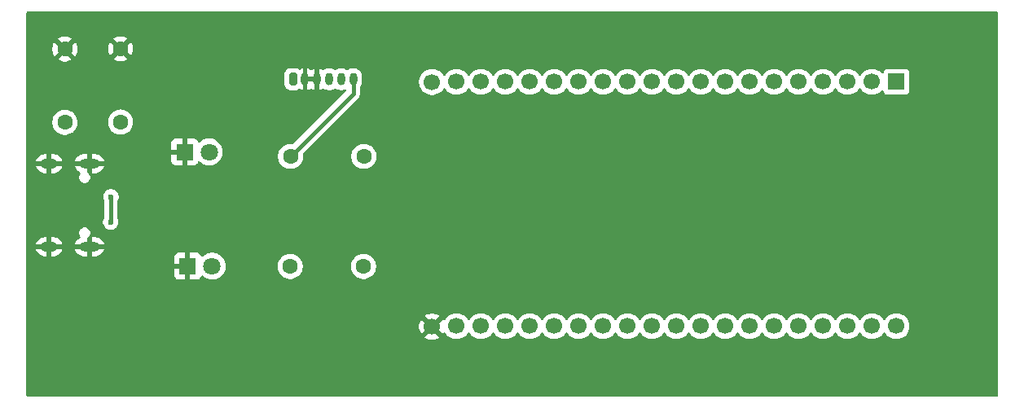
<source format=gbr>
%TF.GenerationSoftware,KiCad,Pcbnew,9.0.6-9.0.6~ubuntu24.04.1*%
%TF.CreationDate,2025-12-26T18:07:40+01:00*%
%TF.ProjectId,security-system,73656375-7269-4747-992d-73797374656d,0*%
%TF.SameCoordinates,Original*%
%TF.FileFunction,Copper,L4,Bot*%
%TF.FilePolarity,Positive*%
%FSLAX46Y46*%
G04 Gerber Fmt 4.6, Leading zero omitted, Abs format (unit mm)*
G04 Created by KiCad (PCBNEW 9.0.6-9.0.6~ubuntu24.04.1) date 2025-12-26 18:07:40*
%MOMM*%
%LPD*%
G01*
G04 APERTURE LIST*
G04 Aperture macros list*
%AMRoundRect*
0 Rectangle with rounded corners*
0 $1 Rounding radius*
0 $2 $3 $4 $5 $6 $7 $8 $9 X,Y pos of 4 corners*
0 Add a 4 corners polygon primitive as box body*
4,1,4,$2,$3,$4,$5,$6,$7,$8,$9,$2,$3,0*
0 Add four circle primitives for the rounded corners*
1,1,$1+$1,$2,$3*
1,1,$1+$1,$4,$5*
1,1,$1+$1,$6,$7*
1,1,$1+$1,$8,$9*
0 Add four rect primitives between the rounded corners*
20,1,$1+$1,$2,$3,$4,$5,0*
20,1,$1+$1,$4,$5,$6,$7,0*
20,1,$1+$1,$6,$7,$8,$9,0*
20,1,$1+$1,$8,$9,$2,$3,0*%
G04 Aperture macros list end*
%TA.AperFunction,ComponentPad*%
%ADD10O,0.800000X1.300000*%
%TD*%
%TA.AperFunction,ComponentPad*%
%ADD11RoundRect,0.200000X-0.200000X-0.450000X0.200000X-0.450000X0.200000X0.450000X-0.200000X0.450000X0*%
%TD*%
%TA.AperFunction,HeatsinkPad*%
%ADD12O,2.100000X1.000000*%
%TD*%
%TA.AperFunction,HeatsinkPad*%
%ADD13O,1.800000X1.000000*%
%TD*%
%TA.AperFunction,ComponentPad*%
%ADD14R,1.800000X1.800000*%
%TD*%
%TA.AperFunction,ComponentPad*%
%ADD15C,1.800000*%
%TD*%
%TA.AperFunction,ComponentPad*%
%ADD16C,1.600000*%
%TD*%
%TA.AperFunction,ComponentPad*%
%ADD17C,1.700000*%
%TD*%
%TA.AperFunction,ComponentPad*%
%ADD18R,1.700000X1.700000*%
%TD*%
%TA.AperFunction,ViaPad*%
%ADD19C,0.600000*%
%TD*%
%TA.AperFunction,Conductor*%
%ADD20C,0.400000*%
%TD*%
G04 APERTURE END LIST*
D10*
%TO.P,J1,6,Pin_6*%
%TO.N,+5V*%
X159470000Y-73520000D03*
%TO.P,J1,5,Pin_5*%
%TO.N,/SDA*%
X158220000Y-73520000D03*
%TO.P,J1,4,Pin_4*%
%TO.N,/SCL*%
X156970000Y-73520000D03*
%TO.P,J1,3,Pin_3*%
%TO.N,GND*%
X155720000Y-73520000D03*
%TO.P,J1,2,Pin_2*%
X154470000Y-73520000D03*
D11*
%TO.P,J1,1,Pin_1*%
%TO.N,unconnected-(J1-Pin_1-Pad1)*%
X153220000Y-73520000D03*
%TD*%
D12*
%TO.P,J2,S1,SHIELD*%
%TO.N,GND*%
X132060000Y-82300000D03*
D13*
X127880000Y-82300000D03*
D12*
X132060000Y-90940000D03*
D13*
X127880000Y-90940000D03*
%TD*%
D14*
%TO.P,DETECTION LED,1,K*%
%TO.N,GND*%
X142275000Y-92950000D03*
D15*
%TO.P,DETECTION LED,2,A*%
%TO.N,Net-(D2-A)*%
X144815000Y-92950000D03*
%TD*%
D16*
%TO.P,R1,1*%
%TO.N,+5V*%
X152960000Y-81550000D03*
%TO.P,R1,2*%
%TO.N,Net-(D1-A)*%
X160580000Y-81550000D03*
%TD*%
D14*
%TO.P,POWER-ON LED,1,K*%
%TO.N,GND*%
X141955000Y-81090000D03*
D15*
%TO.P,POWER-ON LED,2,A*%
%TO.N,Net-(D1-A)*%
X144495000Y-81090000D03*
%TD*%
D16*
%TO.P,R4,1*%
%TO.N,Net-(J2-CC2)*%
X135290000Y-77980000D03*
%TO.P,R4,2*%
%TO.N,GND*%
X135290000Y-70360000D03*
%TD*%
%TO.P,R2,1*%
%TO.N,+5V*%
X152930000Y-92990000D03*
%TO.P,R2,2*%
%TO.N,Net-(D2-A)*%
X160550000Y-92990000D03*
%TD*%
%TO.P,R3,1*%
%TO.N,Net-(J2-CC1)*%
X129500000Y-78010000D03*
%TO.P,R3,2*%
%TO.N,GND*%
X129500000Y-70390000D03*
%TD*%
D17*
%TO.P,U1,39,5V*%
%TO.N,+5V*%
X167670000Y-73810000D03*
%TO.P,U1,15,GPIO16*%
%TO.N,unconnected-(U1-GPIO16-Pad15)*%
X198150000Y-73800000D03*
%TO.P,U1,27,GPIO9*%
%TO.N,/SCL*%
X182910000Y-73800000D03*
%TO.P,U1,25,GPIO46*%
%TO.N,unconnected-(U1-GPIO46-Pad25)*%
X185450000Y-73800000D03*
D18*
%TO.P,U1,1,3V3*%
%TO.N,+3.3V*%
X215930000Y-73800000D03*
D17*
%TO.P,U1,13,GPIO15*%
%TO.N,unconnected-(U1-GPIO15-Pad13)*%
X200690000Y-73800000D03*
%TO.P,U1,11,GPIO7*%
%TO.N,unconnected-(U1-GPIO7-Pad11)*%
X203230000Y-73800000D03*
%TO.P,U1,5,GPIO4*%
%TO.N,unconnected-(U1-GPIO4-Pad5)*%
X210850000Y-73800000D03*
%TO.P,U1,23,GPIO3*%
%TO.N,unconnected-(U1-GPIO3-Pad23)*%
X187990000Y-73800000D03*
%TO.P,U1,21,GPIO8*%
%TO.N,/SDA*%
X190530000Y-73800000D03*
%TO.P,U1,29,GPIO10*%
%TO.N,unconnected-(U1-GPIO10-Pad29)*%
X180370000Y-73800000D03*
%TO.P,U1,7,GPIO5*%
%TO.N,unconnected-(U1-GPIO5-Pad7)*%
X208310000Y-73800000D03*
%TO.P,U1,9,GPIO6*%
%TO.N,unconnected-(U1-GPIO6-Pad9)*%
X205770000Y-73800000D03*
%TO.P,U1,31,GPIO11*%
%TO.N,unconnected-(U1-GPIO11-Pad31)*%
X177830000Y-73800000D03*
%TO.P,U1,33,GPIO12*%
%TO.N,unconnected-(U1-GPIO12-Pad33)*%
X175290000Y-73800000D03*
%TO.P,U1,35,GPIO13*%
%TO.N,unconnected-(U1-GPIO13-Pad35)*%
X172750000Y-73800000D03*
%TO.P,U1,19,GPIO18*%
%TO.N,unconnected-(U1-GPIO18-Pad19)*%
X193070000Y-73800000D03*
%TO.P,U1,37,GPIO14*%
%TO.N,unconnected-(U1-GPIO14-Pad37)*%
X170210000Y-73800000D03*
%TO.P,U1,17,GPIO17*%
%TO.N,unconnected-(U1-GPIO17-Pad17)*%
X195610000Y-73800000D03*
%TO.P,U1,3,RST*%
%TO.N,unconnected-(U1-RST-Pad3)*%
X213390000Y-73800000D03*
%TO.P,U1,40,GND*%
%TO.N,GND*%
X167670000Y-99250000D03*
%TO.P,U1,38,GPIO19*%
%TO.N,unconnected-(U1-GPIO19-Pad38)*%
X170210000Y-99200000D03*
%TO.P,U1,36,GPIO20*%
%TO.N,unconnected-(U1-GPIO20-Pad36)*%
X172750000Y-99200000D03*
%TO.P,U1,34,GPIO21*%
%TO.N,unconnected-(U1-GPIO21-Pad34)*%
X175290000Y-99200000D03*
%TO.P,U1,32,GPIO47*%
%TO.N,unconnected-(U1-GPIO47-Pad32)*%
X177830000Y-99200000D03*
%TO.P,U1,30,GPIO48*%
%TO.N,unconnected-(U1-GPIO48-Pad30)*%
X180370000Y-99200000D03*
%TO.P,U1,28,GPIO45*%
%TO.N,unconnected-(U1-GPIO45-Pad28)*%
X182910000Y-99200000D03*
%TO.P,U1,20,GPIO37*%
%TO.N,unconnected-(U1-GPIO37-Pad20)*%
X193070000Y-99200000D03*
%TO.P,U1,22,GPIO36*%
%TO.N,unconnected-(U1-GPIO36-Pad22)*%
X190530000Y-99200000D03*
%TO.P,U1,16,GPIO39*%
%TO.N,unconnected-(U1-GPIO39-Pad16)*%
X198150000Y-99200000D03*
%TO.P,U1,10,GPIO42*%
%TO.N,unconnected-(U1-GPIO42-Pad10)*%
X205770000Y-99200000D03*
%TO.P,U1,12,GPIO41*%
%TO.N,unconnected-(U1-GPIO41-Pad12)*%
X203230000Y-99200000D03*
%TO.P,U1,14,GPIO40*%
%TO.N,unconnected-(U1-GPIO40-Pad14)*%
X200690000Y-99200000D03*
%TO.P,U1,4,GPIO44*%
%TO.N,unconnected-(U1-GPIO44-Pad4)*%
X213390000Y-99200000D03*
%TO.P,U1,26,GPIO0*%
%TO.N,unconnected-(U1-GPIO0-Pad26)*%
X185450000Y-99200000D03*
%TO.P,U1,18,GPIO38*%
%TO.N,unconnected-(U1-GPIO38-Pad18)*%
X195610000Y-99200000D03*
%TO.P,U1,24,GPIO35*%
%TO.N,unconnected-(U1-GPIO35-Pad24)*%
X187990000Y-99200000D03*
%TO.P,U1,6,GPIO1*%
%TO.N,unconnected-(U1-GPIO1-Pad6)*%
X210850000Y-99200000D03*
%TO.P,U1,8,GPIO2*%
%TO.N,unconnected-(U1-GPIO2-Pad8)*%
X208310000Y-99200000D03*
%TO.P,U1,2,GPIO43*%
%TO.N,unconnected-(U1-GPIO43-Pad2)*%
X215930000Y-99200000D03*
%TD*%
D19*
%TO.N,+5V*%
X134290000Y-85750000D03*
X134270000Y-88370000D03*
%TD*%
D20*
%TO.N,+5V*%
X152960000Y-81550000D02*
X159470000Y-75040000D01*
X159470000Y-75040000D02*
X159470000Y-73520000D01*
X134270000Y-85770000D02*
X134290000Y-85750000D01*
X134270000Y-88370000D02*
X134270000Y-85770000D01*
%TD*%
%TA.AperFunction,Conductor*%
%TO.N,GND*%
G36*
X226442539Y-66520185D02*
G01*
X226488294Y-66572989D01*
X226499500Y-66624500D01*
X226499500Y-106375500D01*
X226479815Y-106442539D01*
X226427011Y-106488294D01*
X226375500Y-106499500D01*
X125624500Y-106499500D01*
X125557461Y-106479815D01*
X125511706Y-106427011D01*
X125500500Y-106375500D01*
X125500500Y-99143753D01*
X166320000Y-99143753D01*
X166320000Y-99356246D01*
X166353242Y-99566127D01*
X166353242Y-99566130D01*
X166418904Y-99768217D01*
X166515375Y-99957550D01*
X166554728Y-100011716D01*
X167187037Y-99379408D01*
X167204075Y-99442993D01*
X167269901Y-99557007D01*
X167362993Y-99650099D01*
X167477007Y-99715925D01*
X167540590Y-99732962D01*
X166908282Y-100365269D01*
X166908282Y-100365270D01*
X166962449Y-100404624D01*
X167151782Y-100501095D01*
X167353870Y-100566757D01*
X167563754Y-100600000D01*
X167776246Y-100600000D01*
X167986127Y-100566757D01*
X167986130Y-100566757D01*
X168188217Y-100501095D01*
X168377554Y-100404622D01*
X168431716Y-100365270D01*
X168431717Y-100365270D01*
X167799408Y-99732962D01*
X167862993Y-99715925D01*
X167977007Y-99650099D01*
X168070099Y-99557007D01*
X168135925Y-99442993D01*
X168152962Y-99379408D01*
X168785270Y-100011717D01*
X168785270Y-100011716D01*
X168824622Y-99957554D01*
X168842596Y-99922278D01*
X168890570Y-99871481D01*
X168958390Y-99854685D01*
X169024526Y-99877221D01*
X169053400Y-99905686D01*
X169179890Y-100079785D01*
X169179894Y-100079790D01*
X169330213Y-100230109D01*
X169502179Y-100355048D01*
X169502181Y-100355049D01*
X169502184Y-100355051D01*
X169691588Y-100451557D01*
X169893757Y-100517246D01*
X170103713Y-100550500D01*
X170103714Y-100550500D01*
X170316286Y-100550500D01*
X170316287Y-100550500D01*
X170526243Y-100517246D01*
X170728412Y-100451557D01*
X170917816Y-100355051D01*
X170939789Y-100339086D01*
X171089786Y-100230109D01*
X171089788Y-100230106D01*
X171089792Y-100230104D01*
X171240104Y-100079792D01*
X171240106Y-100079788D01*
X171240109Y-100079786D01*
X171365048Y-99907820D01*
X171365047Y-99907820D01*
X171365051Y-99907816D01*
X171369514Y-99899054D01*
X171417488Y-99848259D01*
X171485308Y-99831463D01*
X171551444Y-99853999D01*
X171590486Y-99899056D01*
X171594951Y-99907820D01*
X171719890Y-100079786D01*
X171870213Y-100230109D01*
X172042179Y-100355048D01*
X172042181Y-100355049D01*
X172042184Y-100355051D01*
X172231588Y-100451557D01*
X172433757Y-100517246D01*
X172643713Y-100550500D01*
X172643714Y-100550500D01*
X172856286Y-100550500D01*
X172856287Y-100550500D01*
X173066243Y-100517246D01*
X173268412Y-100451557D01*
X173457816Y-100355051D01*
X173479789Y-100339086D01*
X173629786Y-100230109D01*
X173629788Y-100230106D01*
X173629792Y-100230104D01*
X173780104Y-100079792D01*
X173780106Y-100079788D01*
X173780109Y-100079786D01*
X173905048Y-99907820D01*
X173905047Y-99907820D01*
X173905051Y-99907816D01*
X173909514Y-99899054D01*
X173957488Y-99848259D01*
X174025308Y-99831463D01*
X174091444Y-99853999D01*
X174130486Y-99899056D01*
X174134951Y-99907820D01*
X174259890Y-100079786D01*
X174410213Y-100230109D01*
X174582179Y-100355048D01*
X174582181Y-100355049D01*
X174582184Y-100355051D01*
X174771588Y-100451557D01*
X174973757Y-100517246D01*
X175183713Y-100550500D01*
X175183714Y-100550500D01*
X175396286Y-100550500D01*
X175396287Y-100550500D01*
X175606243Y-100517246D01*
X175808412Y-100451557D01*
X175997816Y-100355051D01*
X176019789Y-100339086D01*
X176169786Y-100230109D01*
X176169788Y-100230106D01*
X176169792Y-100230104D01*
X176320104Y-100079792D01*
X176320106Y-100079788D01*
X176320109Y-100079786D01*
X176445048Y-99907820D01*
X176445047Y-99907820D01*
X176445051Y-99907816D01*
X176449514Y-99899054D01*
X176497488Y-99848259D01*
X176565308Y-99831463D01*
X176631444Y-99853999D01*
X176670486Y-99899056D01*
X176674951Y-99907820D01*
X176799890Y-100079786D01*
X176950213Y-100230109D01*
X177122179Y-100355048D01*
X177122181Y-100355049D01*
X177122184Y-100355051D01*
X177311588Y-100451557D01*
X177513757Y-100517246D01*
X177723713Y-100550500D01*
X177723714Y-100550500D01*
X177936286Y-100550500D01*
X177936287Y-100550500D01*
X178146243Y-100517246D01*
X178348412Y-100451557D01*
X178537816Y-100355051D01*
X178559789Y-100339086D01*
X178709786Y-100230109D01*
X178709788Y-100230106D01*
X178709792Y-100230104D01*
X178860104Y-100079792D01*
X178860106Y-100079788D01*
X178860109Y-100079786D01*
X178985048Y-99907820D01*
X178985047Y-99907820D01*
X178985051Y-99907816D01*
X178989514Y-99899054D01*
X179037488Y-99848259D01*
X179105308Y-99831463D01*
X179171444Y-99853999D01*
X179210486Y-99899056D01*
X179214951Y-99907820D01*
X179339890Y-100079786D01*
X179490213Y-100230109D01*
X179662179Y-100355048D01*
X179662181Y-100355049D01*
X179662184Y-100355051D01*
X179851588Y-100451557D01*
X180053757Y-100517246D01*
X180263713Y-100550500D01*
X180263714Y-100550500D01*
X180476286Y-100550500D01*
X180476287Y-100550500D01*
X180686243Y-100517246D01*
X180888412Y-100451557D01*
X181077816Y-100355051D01*
X181099789Y-100339086D01*
X181249786Y-100230109D01*
X181249788Y-100230106D01*
X181249792Y-100230104D01*
X181400104Y-100079792D01*
X181400106Y-100079788D01*
X181400109Y-100079786D01*
X181525048Y-99907820D01*
X181525047Y-99907820D01*
X181525051Y-99907816D01*
X181529514Y-99899054D01*
X181577488Y-99848259D01*
X181645308Y-99831463D01*
X181711444Y-99853999D01*
X181750486Y-99899056D01*
X181754951Y-99907820D01*
X181879890Y-100079786D01*
X182030213Y-100230109D01*
X182202179Y-100355048D01*
X182202181Y-100355049D01*
X182202184Y-100355051D01*
X182391588Y-100451557D01*
X182593757Y-100517246D01*
X182803713Y-100550500D01*
X182803714Y-100550500D01*
X183016286Y-100550500D01*
X183016287Y-100550500D01*
X183226243Y-100517246D01*
X183428412Y-100451557D01*
X183617816Y-100355051D01*
X183639789Y-100339086D01*
X183789786Y-100230109D01*
X183789788Y-100230106D01*
X183789792Y-100230104D01*
X183940104Y-100079792D01*
X183940106Y-100079788D01*
X183940109Y-100079786D01*
X184065048Y-99907820D01*
X184065047Y-99907820D01*
X184065051Y-99907816D01*
X184069514Y-99899054D01*
X184117488Y-99848259D01*
X184185308Y-99831463D01*
X184251444Y-99853999D01*
X184290486Y-99899056D01*
X184294951Y-99907820D01*
X184419890Y-100079786D01*
X184570213Y-100230109D01*
X184742179Y-100355048D01*
X184742181Y-100355049D01*
X184742184Y-100355051D01*
X184931588Y-100451557D01*
X185133757Y-100517246D01*
X185343713Y-100550500D01*
X185343714Y-100550500D01*
X185556286Y-100550500D01*
X185556287Y-100550500D01*
X185766243Y-100517246D01*
X185968412Y-100451557D01*
X186157816Y-100355051D01*
X186179789Y-100339086D01*
X186329786Y-100230109D01*
X186329788Y-100230106D01*
X186329792Y-100230104D01*
X186480104Y-100079792D01*
X186480106Y-100079788D01*
X186480109Y-100079786D01*
X186605048Y-99907820D01*
X186605047Y-99907820D01*
X186605051Y-99907816D01*
X186609514Y-99899054D01*
X186657488Y-99848259D01*
X186725308Y-99831463D01*
X186791444Y-99853999D01*
X186830486Y-99899056D01*
X186834951Y-99907820D01*
X186959890Y-100079786D01*
X187110213Y-100230109D01*
X187282179Y-100355048D01*
X187282181Y-100355049D01*
X187282184Y-100355051D01*
X187471588Y-100451557D01*
X187673757Y-100517246D01*
X187883713Y-100550500D01*
X187883714Y-100550500D01*
X188096286Y-100550500D01*
X188096287Y-100550500D01*
X188306243Y-100517246D01*
X188508412Y-100451557D01*
X188697816Y-100355051D01*
X188719789Y-100339086D01*
X188869786Y-100230109D01*
X188869788Y-100230106D01*
X188869792Y-100230104D01*
X189020104Y-100079792D01*
X189020106Y-100079788D01*
X189020109Y-100079786D01*
X189145048Y-99907820D01*
X189145047Y-99907820D01*
X189145051Y-99907816D01*
X189149514Y-99899054D01*
X189197488Y-99848259D01*
X189265308Y-99831463D01*
X189331444Y-99853999D01*
X189370486Y-99899056D01*
X189374951Y-99907820D01*
X189499890Y-100079786D01*
X189650213Y-100230109D01*
X189822179Y-100355048D01*
X189822181Y-100355049D01*
X189822184Y-100355051D01*
X190011588Y-100451557D01*
X190213757Y-100517246D01*
X190423713Y-100550500D01*
X190423714Y-100550500D01*
X190636286Y-100550500D01*
X190636287Y-100550500D01*
X190846243Y-100517246D01*
X191048412Y-100451557D01*
X191237816Y-100355051D01*
X191259789Y-100339086D01*
X191409786Y-100230109D01*
X191409788Y-100230106D01*
X191409792Y-100230104D01*
X191560104Y-100079792D01*
X191560106Y-100079788D01*
X191560109Y-100079786D01*
X191685048Y-99907820D01*
X191685047Y-99907820D01*
X191685051Y-99907816D01*
X191689514Y-99899054D01*
X191737488Y-99848259D01*
X191805308Y-99831463D01*
X191871444Y-99853999D01*
X191910486Y-99899056D01*
X191914951Y-99907820D01*
X192039890Y-100079786D01*
X192190213Y-100230109D01*
X192362179Y-100355048D01*
X192362181Y-100355049D01*
X192362184Y-100355051D01*
X192551588Y-100451557D01*
X192753757Y-100517246D01*
X192963713Y-100550500D01*
X192963714Y-100550500D01*
X193176286Y-100550500D01*
X193176287Y-100550500D01*
X193386243Y-100517246D01*
X193588412Y-100451557D01*
X193777816Y-100355051D01*
X193799789Y-100339086D01*
X193949786Y-100230109D01*
X193949788Y-100230106D01*
X193949792Y-100230104D01*
X194100104Y-100079792D01*
X194100106Y-100079788D01*
X194100109Y-100079786D01*
X194225048Y-99907820D01*
X194225047Y-99907820D01*
X194225051Y-99907816D01*
X194229514Y-99899054D01*
X194277488Y-99848259D01*
X194345308Y-99831463D01*
X194411444Y-99853999D01*
X194450486Y-99899056D01*
X194454951Y-99907820D01*
X194579890Y-100079786D01*
X194730213Y-100230109D01*
X194902179Y-100355048D01*
X194902181Y-100355049D01*
X194902184Y-100355051D01*
X195091588Y-100451557D01*
X195293757Y-100517246D01*
X195503713Y-100550500D01*
X195503714Y-100550500D01*
X195716286Y-100550500D01*
X195716287Y-100550500D01*
X195926243Y-100517246D01*
X196128412Y-100451557D01*
X196317816Y-100355051D01*
X196339789Y-100339086D01*
X196489786Y-100230109D01*
X196489788Y-100230106D01*
X196489792Y-100230104D01*
X196640104Y-100079792D01*
X196640106Y-100079788D01*
X196640109Y-100079786D01*
X196765048Y-99907820D01*
X196765047Y-99907820D01*
X196765051Y-99907816D01*
X196769514Y-99899054D01*
X196817488Y-99848259D01*
X196885308Y-99831463D01*
X196951444Y-99853999D01*
X196990486Y-99899056D01*
X196994951Y-99907820D01*
X197119890Y-100079786D01*
X197270213Y-100230109D01*
X197442179Y-100355048D01*
X197442181Y-100355049D01*
X197442184Y-100355051D01*
X197631588Y-100451557D01*
X197833757Y-100517246D01*
X198043713Y-100550500D01*
X198043714Y-100550500D01*
X198256286Y-100550500D01*
X198256287Y-100550500D01*
X198466243Y-100517246D01*
X198668412Y-100451557D01*
X198857816Y-100355051D01*
X198879789Y-100339086D01*
X199029786Y-100230109D01*
X199029788Y-100230106D01*
X199029792Y-100230104D01*
X199180104Y-100079792D01*
X199180106Y-100079788D01*
X199180109Y-100079786D01*
X199305048Y-99907820D01*
X199305047Y-99907820D01*
X199305051Y-99907816D01*
X199309514Y-99899054D01*
X199357488Y-99848259D01*
X199425308Y-99831463D01*
X199491444Y-99853999D01*
X199530486Y-99899056D01*
X199534951Y-99907820D01*
X199659890Y-100079786D01*
X199810213Y-100230109D01*
X199982179Y-100355048D01*
X199982181Y-100355049D01*
X199982184Y-100355051D01*
X200171588Y-100451557D01*
X200373757Y-100517246D01*
X200583713Y-100550500D01*
X200583714Y-100550500D01*
X200796286Y-100550500D01*
X200796287Y-100550500D01*
X201006243Y-100517246D01*
X201208412Y-100451557D01*
X201397816Y-100355051D01*
X201419789Y-100339086D01*
X201569786Y-100230109D01*
X201569788Y-100230106D01*
X201569792Y-100230104D01*
X201720104Y-100079792D01*
X201720106Y-100079788D01*
X201720109Y-100079786D01*
X201845048Y-99907820D01*
X201845047Y-99907820D01*
X201845051Y-99907816D01*
X201849514Y-99899054D01*
X201897488Y-99848259D01*
X201965308Y-99831463D01*
X202031444Y-99853999D01*
X202070486Y-99899056D01*
X202074951Y-99907820D01*
X202199890Y-100079786D01*
X202350213Y-100230109D01*
X202522179Y-100355048D01*
X202522181Y-100355049D01*
X202522184Y-100355051D01*
X202711588Y-100451557D01*
X202913757Y-100517246D01*
X203123713Y-100550500D01*
X203123714Y-100550500D01*
X203336286Y-100550500D01*
X203336287Y-100550500D01*
X203546243Y-100517246D01*
X203748412Y-100451557D01*
X203937816Y-100355051D01*
X203959789Y-100339086D01*
X204109786Y-100230109D01*
X204109788Y-100230106D01*
X204109792Y-100230104D01*
X204260104Y-100079792D01*
X204260106Y-100079788D01*
X204260109Y-100079786D01*
X204385048Y-99907820D01*
X204385047Y-99907820D01*
X204385051Y-99907816D01*
X204389514Y-99899054D01*
X204437488Y-99848259D01*
X204505308Y-99831463D01*
X204571444Y-99853999D01*
X204610486Y-99899056D01*
X204614951Y-99907820D01*
X204739890Y-100079786D01*
X204890213Y-100230109D01*
X205062179Y-100355048D01*
X205062181Y-100355049D01*
X205062184Y-100355051D01*
X205251588Y-100451557D01*
X205453757Y-100517246D01*
X205663713Y-100550500D01*
X205663714Y-100550500D01*
X205876286Y-100550500D01*
X205876287Y-100550500D01*
X206086243Y-100517246D01*
X206288412Y-100451557D01*
X206477816Y-100355051D01*
X206499789Y-100339086D01*
X206649786Y-100230109D01*
X206649788Y-100230106D01*
X206649792Y-100230104D01*
X206800104Y-100079792D01*
X206800106Y-100079788D01*
X206800109Y-100079786D01*
X206925048Y-99907820D01*
X206925047Y-99907820D01*
X206925051Y-99907816D01*
X206929514Y-99899054D01*
X206977488Y-99848259D01*
X207045308Y-99831463D01*
X207111444Y-99853999D01*
X207150486Y-99899056D01*
X207154951Y-99907820D01*
X207279890Y-100079786D01*
X207430213Y-100230109D01*
X207602179Y-100355048D01*
X207602181Y-100355049D01*
X207602184Y-100355051D01*
X207791588Y-100451557D01*
X207993757Y-100517246D01*
X208203713Y-100550500D01*
X208203714Y-100550500D01*
X208416286Y-100550500D01*
X208416287Y-100550500D01*
X208626243Y-100517246D01*
X208828412Y-100451557D01*
X209017816Y-100355051D01*
X209039789Y-100339086D01*
X209189786Y-100230109D01*
X209189788Y-100230106D01*
X209189792Y-100230104D01*
X209340104Y-100079792D01*
X209340106Y-100079788D01*
X209340109Y-100079786D01*
X209465048Y-99907820D01*
X209465047Y-99907820D01*
X209465051Y-99907816D01*
X209469514Y-99899054D01*
X209517488Y-99848259D01*
X209585308Y-99831463D01*
X209651444Y-99853999D01*
X209690486Y-99899056D01*
X209694951Y-99907820D01*
X209819890Y-100079786D01*
X209970213Y-100230109D01*
X210142179Y-100355048D01*
X210142181Y-100355049D01*
X210142184Y-100355051D01*
X210331588Y-100451557D01*
X210533757Y-100517246D01*
X210743713Y-100550500D01*
X210743714Y-100550500D01*
X210956286Y-100550500D01*
X210956287Y-100550500D01*
X211166243Y-100517246D01*
X211368412Y-100451557D01*
X211557816Y-100355051D01*
X211579789Y-100339086D01*
X211729786Y-100230109D01*
X211729788Y-100230106D01*
X211729792Y-100230104D01*
X211880104Y-100079792D01*
X211880106Y-100079788D01*
X211880109Y-100079786D01*
X212005048Y-99907820D01*
X212005047Y-99907820D01*
X212005051Y-99907816D01*
X212009514Y-99899054D01*
X212057488Y-99848259D01*
X212125308Y-99831463D01*
X212191444Y-99853999D01*
X212230486Y-99899056D01*
X212234951Y-99907820D01*
X212359890Y-100079786D01*
X212510213Y-100230109D01*
X212682179Y-100355048D01*
X212682181Y-100355049D01*
X212682184Y-100355051D01*
X212871588Y-100451557D01*
X213073757Y-100517246D01*
X213283713Y-100550500D01*
X213283714Y-100550500D01*
X213496286Y-100550500D01*
X213496287Y-100550500D01*
X213706243Y-100517246D01*
X213908412Y-100451557D01*
X214097816Y-100355051D01*
X214119789Y-100339086D01*
X214269786Y-100230109D01*
X214269788Y-100230106D01*
X214269792Y-100230104D01*
X214420104Y-100079792D01*
X214420106Y-100079788D01*
X214420109Y-100079786D01*
X214545048Y-99907820D01*
X214545047Y-99907820D01*
X214545051Y-99907816D01*
X214549514Y-99899054D01*
X214597488Y-99848259D01*
X214665308Y-99831463D01*
X214731444Y-99853999D01*
X214770486Y-99899056D01*
X214774951Y-99907820D01*
X214899890Y-100079786D01*
X215050213Y-100230109D01*
X215222179Y-100355048D01*
X215222181Y-100355049D01*
X215222184Y-100355051D01*
X215411588Y-100451557D01*
X215613757Y-100517246D01*
X215823713Y-100550500D01*
X215823714Y-100550500D01*
X216036286Y-100550500D01*
X216036287Y-100550500D01*
X216246243Y-100517246D01*
X216448412Y-100451557D01*
X216637816Y-100355051D01*
X216659789Y-100339086D01*
X216809786Y-100230109D01*
X216809788Y-100230106D01*
X216809792Y-100230104D01*
X216960104Y-100079792D01*
X216960106Y-100079788D01*
X216960109Y-100079786D01*
X217085048Y-99907820D01*
X217085047Y-99907820D01*
X217085051Y-99907816D01*
X217181557Y-99718412D01*
X217247246Y-99516243D01*
X217280500Y-99306287D01*
X217280500Y-99093713D01*
X217247246Y-98883757D01*
X217181557Y-98681588D01*
X217085051Y-98492184D01*
X217085049Y-98492181D01*
X217085048Y-98492179D01*
X216960109Y-98320213D01*
X216809786Y-98169890D01*
X216637820Y-98044951D01*
X216448414Y-97948444D01*
X216448413Y-97948443D01*
X216448412Y-97948443D01*
X216246243Y-97882754D01*
X216246241Y-97882753D01*
X216246240Y-97882753D01*
X216084957Y-97857208D01*
X216036287Y-97849500D01*
X215823713Y-97849500D01*
X215775042Y-97857208D01*
X215613760Y-97882753D01*
X215411585Y-97948444D01*
X215222179Y-98044951D01*
X215050213Y-98169890D01*
X214899890Y-98320213D01*
X214774949Y-98492182D01*
X214770484Y-98500946D01*
X214722509Y-98551742D01*
X214654688Y-98568536D01*
X214588553Y-98545998D01*
X214549516Y-98500946D01*
X214545050Y-98492182D01*
X214420109Y-98320213D01*
X214269786Y-98169890D01*
X214097820Y-98044951D01*
X213908414Y-97948444D01*
X213908413Y-97948443D01*
X213908412Y-97948443D01*
X213706243Y-97882754D01*
X213706241Y-97882753D01*
X213706240Y-97882753D01*
X213544957Y-97857208D01*
X213496287Y-97849500D01*
X213283713Y-97849500D01*
X213235042Y-97857208D01*
X213073760Y-97882753D01*
X212871585Y-97948444D01*
X212682179Y-98044951D01*
X212510213Y-98169890D01*
X212359890Y-98320213D01*
X212234949Y-98492182D01*
X212230484Y-98500946D01*
X212182509Y-98551742D01*
X212114688Y-98568536D01*
X212048553Y-98545998D01*
X212009516Y-98500946D01*
X212005050Y-98492182D01*
X211880109Y-98320213D01*
X211729786Y-98169890D01*
X211557820Y-98044951D01*
X211368414Y-97948444D01*
X211368413Y-97948443D01*
X211368412Y-97948443D01*
X211166243Y-97882754D01*
X211166241Y-97882753D01*
X211166240Y-97882753D01*
X211004957Y-97857208D01*
X210956287Y-97849500D01*
X210743713Y-97849500D01*
X210695042Y-97857208D01*
X210533760Y-97882753D01*
X210331585Y-97948444D01*
X210142179Y-98044951D01*
X209970213Y-98169890D01*
X209819890Y-98320213D01*
X209694949Y-98492182D01*
X209690484Y-98500946D01*
X209642509Y-98551742D01*
X209574688Y-98568536D01*
X209508553Y-98545998D01*
X209469516Y-98500946D01*
X209465050Y-98492182D01*
X209340109Y-98320213D01*
X209189786Y-98169890D01*
X209017820Y-98044951D01*
X208828414Y-97948444D01*
X208828413Y-97948443D01*
X208828412Y-97948443D01*
X208626243Y-97882754D01*
X208626241Y-97882753D01*
X208626240Y-97882753D01*
X208464957Y-97857208D01*
X208416287Y-97849500D01*
X208203713Y-97849500D01*
X208155042Y-97857208D01*
X207993760Y-97882753D01*
X207791585Y-97948444D01*
X207602179Y-98044951D01*
X207430213Y-98169890D01*
X207279890Y-98320213D01*
X207154949Y-98492182D01*
X207150484Y-98500946D01*
X207102509Y-98551742D01*
X207034688Y-98568536D01*
X206968553Y-98545998D01*
X206929516Y-98500946D01*
X206925050Y-98492182D01*
X206800109Y-98320213D01*
X206649786Y-98169890D01*
X206477820Y-98044951D01*
X206288414Y-97948444D01*
X206288413Y-97948443D01*
X206288412Y-97948443D01*
X206086243Y-97882754D01*
X206086241Y-97882753D01*
X206086240Y-97882753D01*
X205924957Y-97857208D01*
X205876287Y-97849500D01*
X205663713Y-97849500D01*
X205615042Y-97857208D01*
X205453760Y-97882753D01*
X205251585Y-97948444D01*
X205062179Y-98044951D01*
X204890213Y-98169890D01*
X204739890Y-98320213D01*
X204614949Y-98492182D01*
X204610484Y-98500946D01*
X204562509Y-98551742D01*
X204494688Y-98568536D01*
X204428553Y-98545998D01*
X204389516Y-98500946D01*
X204385050Y-98492182D01*
X204260109Y-98320213D01*
X204109786Y-98169890D01*
X203937820Y-98044951D01*
X203748414Y-97948444D01*
X203748413Y-97948443D01*
X203748412Y-97948443D01*
X203546243Y-97882754D01*
X203546241Y-97882753D01*
X203546240Y-97882753D01*
X203384957Y-97857208D01*
X203336287Y-97849500D01*
X203123713Y-97849500D01*
X203075042Y-97857208D01*
X202913760Y-97882753D01*
X202711585Y-97948444D01*
X202522179Y-98044951D01*
X202350213Y-98169890D01*
X202199890Y-98320213D01*
X202074949Y-98492182D01*
X202070484Y-98500946D01*
X202022509Y-98551742D01*
X201954688Y-98568536D01*
X201888553Y-98545998D01*
X201849516Y-98500946D01*
X201845050Y-98492182D01*
X201720109Y-98320213D01*
X201569786Y-98169890D01*
X201397820Y-98044951D01*
X201208414Y-97948444D01*
X201208413Y-97948443D01*
X201208412Y-97948443D01*
X201006243Y-97882754D01*
X201006241Y-97882753D01*
X201006240Y-97882753D01*
X200844957Y-97857208D01*
X200796287Y-97849500D01*
X200583713Y-97849500D01*
X200535042Y-97857208D01*
X200373760Y-97882753D01*
X200171585Y-97948444D01*
X199982179Y-98044951D01*
X199810213Y-98169890D01*
X199659890Y-98320213D01*
X199534949Y-98492182D01*
X199530484Y-98500946D01*
X199482509Y-98551742D01*
X199414688Y-98568536D01*
X199348553Y-98545998D01*
X199309516Y-98500946D01*
X199305050Y-98492182D01*
X199180109Y-98320213D01*
X199029786Y-98169890D01*
X198857820Y-98044951D01*
X198668414Y-97948444D01*
X198668413Y-97948443D01*
X198668412Y-97948443D01*
X198466243Y-97882754D01*
X198466241Y-97882753D01*
X198466240Y-97882753D01*
X198304957Y-97857208D01*
X198256287Y-97849500D01*
X198043713Y-97849500D01*
X197995042Y-97857208D01*
X197833760Y-97882753D01*
X197631585Y-97948444D01*
X197442179Y-98044951D01*
X197270213Y-98169890D01*
X197119890Y-98320213D01*
X196994949Y-98492182D01*
X196990484Y-98500946D01*
X196942509Y-98551742D01*
X196874688Y-98568536D01*
X196808553Y-98545998D01*
X196769516Y-98500946D01*
X196765050Y-98492182D01*
X196640109Y-98320213D01*
X196489786Y-98169890D01*
X196317820Y-98044951D01*
X196128414Y-97948444D01*
X196128413Y-97948443D01*
X196128412Y-97948443D01*
X195926243Y-97882754D01*
X195926241Y-97882753D01*
X195926240Y-97882753D01*
X195764957Y-97857208D01*
X195716287Y-97849500D01*
X195503713Y-97849500D01*
X195455042Y-97857208D01*
X195293760Y-97882753D01*
X195091585Y-97948444D01*
X194902179Y-98044951D01*
X194730213Y-98169890D01*
X194579890Y-98320213D01*
X194454949Y-98492182D01*
X194450484Y-98500946D01*
X194402509Y-98551742D01*
X194334688Y-98568536D01*
X194268553Y-98545998D01*
X194229516Y-98500946D01*
X194225050Y-98492182D01*
X194100109Y-98320213D01*
X193949786Y-98169890D01*
X193777820Y-98044951D01*
X193588414Y-97948444D01*
X193588413Y-97948443D01*
X193588412Y-97948443D01*
X193386243Y-97882754D01*
X193386241Y-97882753D01*
X193386240Y-97882753D01*
X193224957Y-97857208D01*
X193176287Y-97849500D01*
X192963713Y-97849500D01*
X192915042Y-97857208D01*
X192753760Y-97882753D01*
X192551585Y-97948444D01*
X192362179Y-98044951D01*
X192190213Y-98169890D01*
X192039890Y-98320213D01*
X191914949Y-98492182D01*
X191910484Y-98500946D01*
X191862509Y-98551742D01*
X191794688Y-98568536D01*
X191728553Y-98545998D01*
X191689516Y-98500946D01*
X191685050Y-98492182D01*
X191560109Y-98320213D01*
X191409786Y-98169890D01*
X191237820Y-98044951D01*
X191048414Y-97948444D01*
X191048413Y-97948443D01*
X191048412Y-97948443D01*
X190846243Y-97882754D01*
X190846241Y-97882753D01*
X190846240Y-97882753D01*
X190684957Y-97857208D01*
X190636287Y-97849500D01*
X190423713Y-97849500D01*
X190375042Y-97857208D01*
X190213760Y-97882753D01*
X190011585Y-97948444D01*
X189822179Y-98044951D01*
X189650213Y-98169890D01*
X189499890Y-98320213D01*
X189374949Y-98492182D01*
X189370484Y-98500946D01*
X189322509Y-98551742D01*
X189254688Y-98568536D01*
X189188553Y-98545998D01*
X189149516Y-98500946D01*
X189145050Y-98492182D01*
X189020109Y-98320213D01*
X188869786Y-98169890D01*
X188697820Y-98044951D01*
X188508414Y-97948444D01*
X188508413Y-97948443D01*
X188508412Y-97948443D01*
X188306243Y-97882754D01*
X188306241Y-97882753D01*
X188306240Y-97882753D01*
X188144957Y-97857208D01*
X188096287Y-97849500D01*
X187883713Y-97849500D01*
X187835042Y-97857208D01*
X187673760Y-97882753D01*
X187471585Y-97948444D01*
X187282179Y-98044951D01*
X187110213Y-98169890D01*
X186959890Y-98320213D01*
X186834949Y-98492182D01*
X186830484Y-98500946D01*
X186782509Y-98551742D01*
X186714688Y-98568536D01*
X186648553Y-98545998D01*
X186609516Y-98500946D01*
X186605050Y-98492182D01*
X186480109Y-98320213D01*
X186329786Y-98169890D01*
X186157820Y-98044951D01*
X185968414Y-97948444D01*
X185968413Y-97948443D01*
X185968412Y-97948443D01*
X185766243Y-97882754D01*
X185766241Y-97882753D01*
X185766240Y-97882753D01*
X185604957Y-97857208D01*
X185556287Y-97849500D01*
X185343713Y-97849500D01*
X185295042Y-97857208D01*
X185133760Y-97882753D01*
X184931585Y-97948444D01*
X184742179Y-98044951D01*
X184570213Y-98169890D01*
X184419890Y-98320213D01*
X184294949Y-98492182D01*
X184290484Y-98500946D01*
X184242509Y-98551742D01*
X184174688Y-98568536D01*
X184108553Y-98545998D01*
X184069516Y-98500946D01*
X184065050Y-98492182D01*
X183940109Y-98320213D01*
X183789786Y-98169890D01*
X183617820Y-98044951D01*
X183428414Y-97948444D01*
X183428413Y-97948443D01*
X183428412Y-97948443D01*
X183226243Y-97882754D01*
X183226241Y-97882753D01*
X183226240Y-97882753D01*
X183064957Y-97857208D01*
X183016287Y-97849500D01*
X182803713Y-97849500D01*
X182755042Y-97857208D01*
X182593760Y-97882753D01*
X182391585Y-97948444D01*
X182202179Y-98044951D01*
X182030213Y-98169890D01*
X181879890Y-98320213D01*
X181754949Y-98492182D01*
X181750484Y-98500946D01*
X181702509Y-98551742D01*
X181634688Y-98568536D01*
X181568553Y-98545998D01*
X181529516Y-98500946D01*
X181525050Y-98492182D01*
X181400109Y-98320213D01*
X181249786Y-98169890D01*
X181077820Y-98044951D01*
X180888414Y-97948444D01*
X180888413Y-97948443D01*
X180888412Y-97948443D01*
X180686243Y-97882754D01*
X180686241Y-97882753D01*
X180686240Y-97882753D01*
X180524957Y-97857208D01*
X180476287Y-97849500D01*
X180263713Y-97849500D01*
X180215042Y-97857208D01*
X180053760Y-97882753D01*
X179851585Y-97948444D01*
X179662179Y-98044951D01*
X179490213Y-98169890D01*
X179339890Y-98320213D01*
X179214949Y-98492182D01*
X179210484Y-98500946D01*
X179162509Y-98551742D01*
X179094688Y-98568536D01*
X179028553Y-98545998D01*
X178989516Y-98500946D01*
X178985050Y-98492182D01*
X178860109Y-98320213D01*
X178709786Y-98169890D01*
X178537820Y-98044951D01*
X178348414Y-97948444D01*
X178348413Y-97948443D01*
X178348412Y-97948443D01*
X178146243Y-97882754D01*
X178146241Y-97882753D01*
X178146240Y-97882753D01*
X177984957Y-97857208D01*
X177936287Y-97849500D01*
X177723713Y-97849500D01*
X177675042Y-97857208D01*
X177513760Y-97882753D01*
X177311585Y-97948444D01*
X177122179Y-98044951D01*
X176950213Y-98169890D01*
X176799890Y-98320213D01*
X176674949Y-98492182D01*
X176670484Y-98500946D01*
X176622509Y-98551742D01*
X176554688Y-98568536D01*
X176488553Y-98545998D01*
X176449516Y-98500946D01*
X176445050Y-98492182D01*
X176320109Y-98320213D01*
X176169786Y-98169890D01*
X175997820Y-98044951D01*
X175808414Y-97948444D01*
X175808413Y-97948443D01*
X175808412Y-97948443D01*
X175606243Y-97882754D01*
X175606241Y-97882753D01*
X175606240Y-97882753D01*
X175444957Y-97857208D01*
X175396287Y-97849500D01*
X175183713Y-97849500D01*
X175135042Y-97857208D01*
X174973760Y-97882753D01*
X174771585Y-97948444D01*
X174582179Y-98044951D01*
X174410213Y-98169890D01*
X174259890Y-98320213D01*
X174134949Y-98492182D01*
X174130484Y-98500946D01*
X174082509Y-98551742D01*
X174014688Y-98568536D01*
X173948553Y-98545998D01*
X173909516Y-98500946D01*
X173905050Y-98492182D01*
X173780109Y-98320213D01*
X173629786Y-98169890D01*
X173457820Y-98044951D01*
X173268414Y-97948444D01*
X173268413Y-97948443D01*
X173268412Y-97948443D01*
X173066243Y-97882754D01*
X173066241Y-97882753D01*
X173066240Y-97882753D01*
X172904957Y-97857208D01*
X172856287Y-97849500D01*
X172643713Y-97849500D01*
X172595042Y-97857208D01*
X172433760Y-97882753D01*
X172231585Y-97948444D01*
X172042179Y-98044951D01*
X171870213Y-98169890D01*
X171719890Y-98320213D01*
X171594949Y-98492182D01*
X171590484Y-98500946D01*
X171542509Y-98551742D01*
X171474688Y-98568536D01*
X171408553Y-98545998D01*
X171369516Y-98500946D01*
X171365050Y-98492182D01*
X171240109Y-98320213D01*
X171089786Y-98169890D01*
X170917820Y-98044951D01*
X170728414Y-97948444D01*
X170728413Y-97948443D01*
X170728412Y-97948443D01*
X170526243Y-97882754D01*
X170526241Y-97882753D01*
X170526240Y-97882753D01*
X170364957Y-97857208D01*
X170316287Y-97849500D01*
X170103713Y-97849500D01*
X170055042Y-97857208D01*
X169893760Y-97882753D01*
X169691585Y-97948444D01*
X169502179Y-98044951D01*
X169330213Y-98169890D01*
X169179890Y-98320213D01*
X169054948Y-98492184D01*
X169054946Y-98492186D01*
X169036814Y-98527772D01*
X168988839Y-98578567D01*
X168921018Y-98595361D01*
X168854883Y-98572822D01*
X168826012Y-98544359D01*
X168785270Y-98488282D01*
X168785269Y-98488282D01*
X168152962Y-99120590D01*
X168135925Y-99057007D01*
X168070099Y-98942993D01*
X167977007Y-98849901D01*
X167862993Y-98784075D01*
X167799409Y-98767037D01*
X168431716Y-98134728D01*
X168377550Y-98095375D01*
X168188217Y-97998904D01*
X167986129Y-97933242D01*
X167776246Y-97900000D01*
X167563754Y-97900000D01*
X167353872Y-97933242D01*
X167353869Y-97933242D01*
X167151782Y-97998904D01*
X166962439Y-98095380D01*
X166908282Y-98134727D01*
X166908282Y-98134728D01*
X167540591Y-98767037D01*
X167477007Y-98784075D01*
X167362993Y-98849901D01*
X167269901Y-98942993D01*
X167204075Y-99057007D01*
X167187037Y-99120591D01*
X166554728Y-98488282D01*
X166554727Y-98488282D01*
X166515380Y-98542439D01*
X166418904Y-98731782D01*
X166353242Y-98933869D01*
X166353242Y-98933872D01*
X166320000Y-99143753D01*
X125500500Y-99143753D01*
X125500500Y-92002155D01*
X140875000Y-92002155D01*
X140875000Y-92700000D01*
X141899722Y-92700000D01*
X141855667Y-92776306D01*
X141825000Y-92890756D01*
X141825000Y-93009244D01*
X141855667Y-93123694D01*
X141899722Y-93200000D01*
X140875000Y-93200000D01*
X140875000Y-93897844D01*
X140881401Y-93957372D01*
X140881403Y-93957379D01*
X140931645Y-94092086D01*
X140931649Y-94092093D01*
X141017809Y-94207187D01*
X141017812Y-94207190D01*
X141132906Y-94293350D01*
X141132913Y-94293354D01*
X141267620Y-94343596D01*
X141267627Y-94343598D01*
X141327155Y-94349999D01*
X141327172Y-94350000D01*
X142025000Y-94350000D01*
X142025000Y-93325277D01*
X142101306Y-93369333D01*
X142215756Y-93400000D01*
X142334244Y-93400000D01*
X142448694Y-93369333D01*
X142525000Y-93325277D01*
X142525000Y-94350000D01*
X143222828Y-94350000D01*
X143222844Y-94349999D01*
X143282372Y-94343598D01*
X143282379Y-94343596D01*
X143417086Y-94293354D01*
X143417093Y-94293350D01*
X143532187Y-94207190D01*
X143532190Y-94207187D01*
X143618350Y-94092093D01*
X143618354Y-94092086D01*
X143648213Y-94012031D01*
X143690084Y-93956097D01*
X143755548Y-93931680D01*
X143823821Y-93946531D01*
X143852076Y-93967683D01*
X143902636Y-94018243D01*
X143902641Y-94018247D01*
X144058192Y-94131260D01*
X144080978Y-94147815D01*
X144174011Y-94195218D01*
X144277393Y-94247895D01*
X144277396Y-94247896D01*
X144382221Y-94281955D01*
X144487049Y-94316015D01*
X144704778Y-94350500D01*
X144704779Y-94350500D01*
X144925221Y-94350500D01*
X144925222Y-94350500D01*
X145142951Y-94316015D01*
X145352606Y-94247895D01*
X145549022Y-94147815D01*
X145727365Y-94018242D01*
X145883242Y-93862365D01*
X146012815Y-93684022D01*
X146112895Y-93487606D01*
X146181015Y-93277951D01*
X146215500Y-93060222D01*
X146215500Y-92887648D01*
X151629500Y-92887648D01*
X151629500Y-93092351D01*
X151661522Y-93294534D01*
X151724781Y-93489223D01*
X151817715Y-93671613D01*
X151938028Y-93837213D01*
X152082786Y-93981971D01*
X152234349Y-94092086D01*
X152248390Y-94102287D01*
X152337738Y-94147812D01*
X152430776Y-94195218D01*
X152430778Y-94195218D01*
X152430781Y-94195220D01*
X152535137Y-94229127D01*
X152625465Y-94258477D01*
X152726557Y-94274488D01*
X152827648Y-94290500D01*
X152827649Y-94290500D01*
X153032351Y-94290500D01*
X153032352Y-94290500D01*
X153234534Y-94258477D01*
X153429219Y-94195220D01*
X153611610Y-94102287D01*
X153735838Y-94012031D01*
X153777213Y-93981971D01*
X153777215Y-93981968D01*
X153777219Y-93981966D01*
X153921966Y-93837219D01*
X153921968Y-93837215D01*
X153921971Y-93837213D01*
X153974732Y-93764590D01*
X154042287Y-93671610D01*
X154135220Y-93489219D01*
X154198477Y-93294534D01*
X154230500Y-93092352D01*
X154230500Y-92887648D01*
X159249500Y-92887648D01*
X159249500Y-93092351D01*
X159281522Y-93294534D01*
X159344781Y-93489223D01*
X159437715Y-93671613D01*
X159558028Y-93837213D01*
X159702786Y-93981971D01*
X159854349Y-94092086D01*
X159868390Y-94102287D01*
X159957738Y-94147812D01*
X160050776Y-94195218D01*
X160050778Y-94195218D01*
X160050781Y-94195220D01*
X160155137Y-94229127D01*
X160245465Y-94258477D01*
X160346557Y-94274488D01*
X160447648Y-94290500D01*
X160447649Y-94290500D01*
X160652351Y-94290500D01*
X160652352Y-94290500D01*
X160854534Y-94258477D01*
X161049219Y-94195220D01*
X161231610Y-94102287D01*
X161355838Y-94012031D01*
X161397213Y-93981971D01*
X161397215Y-93981968D01*
X161397219Y-93981966D01*
X161541966Y-93837219D01*
X161541968Y-93837215D01*
X161541971Y-93837213D01*
X161594732Y-93764590D01*
X161662287Y-93671610D01*
X161755220Y-93489219D01*
X161818477Y-93294534D01*
X161850500Y-93092352D01*
X161850500Y-92887648D01*
X161818477Y-92685466D01*
X161755220Y-92490781D01*
X161755218Y-92490778D01*
X161755218Y-92490776D01*
X161715279Y-92412393D01*
X161662287Y-92308390D01*
X161654556Y-92297749D01*
X161541971Y-92142786D01*
X161397213Y-91998028D01*
X161231613Y-91877715D01*
X161231612Y-91877714D01*
X161231610Y-91877713D01*
X161130481Y-91826185D01*
X161049223Y-91784781D01*
X160854534Y-91721522D01*
X160673244Y-91692809D01*
X160652352Y-91689500D01*
X160447648Y-91689500D01*
X160426756Y-91692809D01*
X160245465Y-91721522D01*
X160050776Y-91784781D01*
X159868386Y-91877715D01*
X159702786Y-91998028D01*
X159558028Y-92142786D01*
X159437715Y-92308386D01*
X159344781Y-92490776D01*
X159281522Y-92685465D01*
X159249500Y-92887648D01*
X154230500Y-92887648D01*
X154198477Y-92685466D01*
X154135220Y-92490781D01*
X154135218Y-92490778D01*
X154135218Y-92490776D01*
X154095279Y-92412393D01*
X154042287Y-92308390D01*
X154034556Y-92297749D01*
X153921971Y-92142786D01*
X153777213Y-91998028D01*
X153611613Y-91877715D01*
X153611612Y-91877714D01*
X153611610Y-91877713D01*
X153510481Y-91826185D01*
X153429223Y-91784781D01*
X153234534Y-91721522D01*
X153053244Y-91692809D01*
X153032352Y-91689500D01*
X152827648Y-91689500D01*
X152806756Y-91692809D01*
X152625465Y-91721522D01*
X152430776Y-91784781D01*
X152248386Y-91877715D01*
X152082786Y-91998028D01*
X151938028Y-92142786D01*
X151817715Y-92308386D01*
X151724781Y-92490776D01*
X151661522Y-92685465D01*
X151629500Y-92887648D01*
X146215500Y-92887648D01*
X146215500Y-92839778D01*
X146181015Y-92622049D01*
X146146955Y-92517221D01*
X146112896Y-92412396D01*
X146112895Y-92412393D01*
X146078237Y-92344375D01*
X146012815Y-92215978D01*
X145959635Y-92142781D01*
X145883247Y-92037641D01*
X145883243Y-92037636D01*
X145727363Y-91881756D01*
X145727358Y-91881752D01*
X145549025Y-91752187D01*
X145549024Y-91752186D01*
X145549022Y-91752185D01*
X145479474Y-91716748D01*
X145352606Y-91652104D01*
X145352603Y-91652103D01*
X145142952Y-91583985D01*
X145034086Y-91566742D01*
X144925222Y-91549500D01*
X144704778Y-91549500D01*
X144632201Y-91560995D01*
X144487047Y-91583985D01*
X144277396Y-91652103D01*
X144277393Y-91652104D01*
X144080974Y-91752187D01*
X143902641Y-91881752D01*
X143902636Y-91881756D01*
X143852075Y-91932317D01*
X143790752Y-91965801D01*
X143721060Y-91960816D01*
X143665127Y-91918945D01*
X143648213Y-91887968D01*
X143618354Y-91807913D01*
X143618350Y-91807906D01*
X143532190Y-91692812D01*
X143532187Y-91692809D01*
X143417093Y-91606649D01*
X143417086Y-91606645D01*
X143282379Y-91556403D01*
X143282372Y-91556401D01*
X143222844Y-91550000D01*
X142525000Y-91550000D01*
X142525000Y-92574722D01*
X142448694Y-92530667D01*
X142334244Y-92500000D01*
X142215756Y-92500000D01*
X142101306Y-92530667D01*
X142025000Y-92574722D01*
X142025000Y-91550000D01*
X141327155Y-91550000D01*
X141267627Y-91556401D01*
X141267620Y-91556403D01*
X141132913Y-91606645D01*
X141132906Y-91606649D01*
X141017812Y-91692809D01*
X141017809Y-91692812D01*
X140931649Y-91807906D01*
X140931645Y-91807913D01*
X140881403Y-91942620D01*
X140881401Y-91942627D01*
X140875000Y-92002155D01*
X125500500Y-92002155D01*
X125500500Y-90690000D01*
X126510138Y-90690000D01*
X127313012Y-90690000D01*
X127295795Y-90699940D01*
X127239940Y-90755795D01*
X127200444Y-90824204D01*
X127180000Y-90900504D01*
X127180000Y-90979496D01*
X127200444Y-91055796D01*
X127239940Y-91124205D01*
X127295795Y-91180060D01*
X127313012Y-91190000D01*
X126510138Y-91190000D01*
X126518430Y-91231690D01*
X126518430Y-91231692D01*
X126593807Y-91413671D01*
X126593814Y-91413684D01*
X126703248Y-91577462D01*
X126703251Y-91577466D01*
X126842533Y-91716748D01*
X126842537Y-91716751D01*
X127006315Y-91826185D01*
X127006328Y-91826192D01*
X127188306Y-91901569D01*
X127188318Y-91901572D01*
X127381504Y-91939999D01*
X127381508Y-91940000D01*
X127630000Y-91940000D01*
X127630000Y-91240000D01*
X128130000Y-91240000D01*
X128130000Y-91940000D01*
X128378492Y-91940000D01*
X128378495Y-91939999D01*
X128571681Y-91901572D01*
X128571693Y-91901569D01*
X128753671Y-91826192D01*
X128753684Y-91826185D01*
X128917462Y-91716751D01*
X128917466Y-91716748D01*
X129056748Y-91577466D01*
X129056751Y-91577462D01*
X129166185Y-91413684D01*
X129166192Y-91413671D01*
X129241569Y-91231692D01*
X129241569Y-91231690D01*
X129249862Y-91190000D01*
X128446988Y-91190000D01*
X128464205Y-91180060D01*
X128520060Y-91124205D01*
X128559556Y-91055796D01*
X128580000Y-90979496D01*
X128580000Y-90900504D01*
X128559556Y-90824204D01*
X128520060Y-90755795D01*
X128464205Y-90699940D01*
X128446988Y-90690000D01*
X129249862Y-90690000D01*
X130540138Y-90690000D01*
X131343012Y-90690000D01*
X131325795Y-90699940D01*
X131269940Y-90755795D01*
X131230444Y-90824204D01*
X131210000Y-90900504D01*
X131210000Y-90979496D01*
X131230444Y-91055796D01*
X131269940Y-91124205D01*
X131325795Y-91180060D01*
X131343012Y-91190000D01*
X130540138Y-91190000D01*
X130548430Y-91231690D01*
X130548430Y-91231692D01*
X130623807Y-91413671D01*
X130623814Y-91413684D01*
X130733248Y-91577462D01*
X130733251Y-91577466D01*
X130872533Y-91716748D01*
X130872537Y-91716751D01*
X131036315Y-91826185D01*
X131036328Y-91826192D01*
X131218306Y-91901569D01*
X131218318Y-91901572D01*
X131411504Y-91939999D01*
X131411508Y-91940000D01*
X131810000Y-91940000D01*
X131810000Y-91240000D01*
X132310000Y-91240000D01*
X132310000Y-91940000D01*
X132708492Y-91940000D01*
X132708495Y-91939999D01*
X132901681Y-91901572D01*
X132901693Y-91901569D01*
X132943410Y-91884290D01*
X133083671Y-91826192D01*
X133083684Y-91826185D01*
X133247462Y-91716751D01*
X133247466Y-91716748D01*
X133386748Y-91577466D01*
X133386751Y-91577462D01*
X133496185Y-91413684D01*
X133496192Y-91413671D01*
X133571569Y-91231692D01*
X133571569Y-91231690D01*
X133579862Y-91190000D01*
X132776988Y-91190000D01*
X132794205Y-91180060D01*
X132850060Y-91124205D01*
X132889556Y-91055796D01*
X132910000Y-90979496D01*
X132910000Y-90900504D01*
X132889556Y-90824204D01*
X132850060Y-90755795D01*
X132794205Y-90699940D01*
X132776988Y-90690000D01*
X133579862Y-90690000D01*
X133571569Y-90648309D01*
X133571569Y-90648307D01*
X133496192Y-90466328D01*
X133496185Y-90466315D01*
X133386751Y-90302537D01*
X133386748Y-90302533D01*
X133247466Y-90163251D01*
X133247462Y-90163248D01*
X133083684Y-90053814D01*
X133083671Y-90053807D01*
X132901693Y-89978430D01*
X132901681Y-89978427D01*
X132708495Y-89940000D01*
X132310000Y-89940000D01*
X132310000Y-90640000D01*
X131810000Y-90640000D01*
X131810000Y-90101784D01*
X131829685Y-90034745D01*
X131872000Y-89994397D01*
X131913365Y-89970515D01*
X132020515Y-89863365D01*
X132021372Y-89861879D01*
X132041721Y-89826637D01*
X132096279Y-89732138D01*
X132096281Y-89732135D01*
X132135500Y-89585766D01*
X132135500Y-89434234D01*
X132096281Y-89287865D01*
X132020515Y-89156635D01*
X131913365Y-89049485D01*
X131847750Y-89011602D01*
X131782136Y-88973719D01*
X131708950Y-88954109D01*
X131635766Y-88934500D01*
X131484234Y-88934500D01*
X131337863Y-88973719D01*
X131206635Y-89049485D01*
X131206632Y-89049487D01*
X131099487Y-89156632D01*
X131099485Y-89156635D01*
X131023719Y-89287863D01*
X130984500Y-89434234D01*
X130984500Y-89585765D01*
X131023719Y-89732136D01*
X131063153Y-89800437D01*
X131099485Y-89863365D01*
X131099486Y-89863366D01*
X131103549Y-89870403D01*
X131101346Y-89871674D01*
X131121959Y-89924983D01*
X131107923Y-89993428D01*
X131059112Y-90043420D01*
X131045845Y-90049866D01*
X131036324Y-90053809D01*
X131036315Y-90053814D01*
X130872537Y-90163248D01*
X130872533Y-90163251D01*
X130733251Y-90302533D01*
X130733248Y-90302537D01*
X130623814Y-90466315D01*
X130623807Y-90466328D01*
X130548430Y-90648307D01*
X130548430Y-90648309D01*
X130540138Y-90690000D01*
X129249862Y-90690000D01*
X129241569Y-90648309D01*
X129241569Y-90648307D01*
X129166192Y-90466328D01*
X129166185Y-90466315D01*
X129056751Y-90302537D01*
X129056748Y-90302533D01*
X128917466Y-90163251D01*
X128917462Y-90163248D01*
X128753684Y-90053814D01*
X128753671Y-90053807D01*
X128571693Y-89978430D01*
X128571681Y-89978427D01*
X128378495Y-89940000D01*
X128130000Y-89940000D01*
X128130000Y-90640000D01*
X127630000Y-90640000D01*
X127630000Y-89940000D01*
X127381504Y-89940000D01*
X127188318Y-89978427D01*
X127188306Y-89978430D01*
X127006328Y-90053807D01*
X127006315Y-90053814D01*
X126842537Y-90163248D01*
X126842533Y-90163251D01*
X126703251Y-90302533D01*
X126703248Y-90302537D01*
X126593814Y-90466315D01*
X126593807Y-90466328D01*
X126518430Y-90648307D01*
X126518430Y-90648309D01*
X126510138Y-90690000D01*
X125500500Y-90690000D01*
X125500500Y-88291153D01*
X133469500Y-88291153D01*
X133469500Y-88448846D01*
X133500261Y-88603489D01*
X133500264Y-88603501D01*
X133560602Y-88749172D01*
X133560609Y-88749185D01*
X133648210Y-88880288D01*
X133648213Y-88880292D01*
X133759707Y-88991786D01*
X133759711Y-88991789D01*
X133890814Y-89079390D01*
X133890827Y-89079397D01*
X134036498Y-89139735D01*
X134036503Y-89139737D01*
X134191153Y-89170499D01*
X134191156Y-89170500D01*
X134191158Y-89170500D01*
X134348844Y-89170500D01*
X134348845Y-89170499D01*
X134503497Y-89139737D01*
X134649179Y-89079394D01*
X134780289Y-88991789D01*
X134891789Y-88880289D01*
X134979394Y-88749179D01*
X135039737Y-88603497D01*
X135070500Y-88448842D01*
X135070500Y-88291158D01*
X135070500Y-88291155D01*
X135070499Y-88291153D01*
X135039738Y-88136510D01*
X135039737Y-88136503D01*
X134979939Y-87992136D01*
X134970500Y-87944684D01*
X134970500Y-86210036D01*
X134990185Y-86142997D01*
X134991346Y-86141222D01*
X134999394Y-86129179D01*
X135059737Y-85983497D01*
X135090500Y-85828842D01*
X135090500Y-85671158D01*
X135090500Y-85671155D01*
X135090499Y-85671153D01*
X135059738Y-85516510D01*
X135059737Y-85516503D01*
X135059735Y-85516498D01*
X134999397Y-85370827D01*
X134999390Y-85370814D01*
X134911789Y-85239711D01*
X134911786Y-85239707D01*
X134800292Y-85128213D01*
X134800288Y-85128210D01*
X134669185Y-85040609D01*
X134669172Y-85040602D01*
X134523501Y-84980264D01*
X134523489Y-84980261D01*
X134368845Y-84949500D01*
X134368842Y-84949500D01*
X134211158Y-84949500D01*
X134211155Y-84949500D01*
X134056510Y-84980261D01*
X134056498Y-84980264D01*
X133910827Y-85040602D01*
X133910814Y-85040609D01*
X133779711Y-85128210D01*
X133779707Y-85128213D01*
X133668213Y-85239707D01*
X133668210Y-85239711D01*
X133580609Y-85370814D01*
X133580602Y-85370827D01*
X133520264Y-85516498D01*
X133520261Y-85516510D01*
X133489500Y-85671153D01*
X133489500Y-85828846D01*
X133520261Y-85983489D01*
X133520263Y-85983497D01*
X133560061Y-86079578D01*
X133569500Y-86127031D01*
X133569500Y-87944684D01*
X133560061Y-87992136D01*
X133500264Y-88136498D01*
X133500261Y-88136510D01*
X133469500Y-88291153D01*
X125500500Y-88291153D01*
X125500500Y-82050000D01*
X126510138Y-82050000D01*
X127313012Y-82050000D01*
X127295795Y-82059940D01*
X127239940Y-82115795D01*
X127200444Y-82184204D01*
X127180000Y-82260504D01*
X127180000Y-82339496D01*
X127200444Y-82415796D01*
X127239940Y-82484205D01*
X127295795Y-82540060D01*
X127313012Y-82550000D01*
X126510138Y-82550000D01*
X126518430Y-82591690D01*
X126518430Y-82591692D01*
X126593807Y-82773671D01*
X126593814Y-82773684D01*
X126703248Y-82937462D01*
X126703251Y-82937466D01*
X126842533Y-83076748D01*
X126842537Y-83076751D01*
X127006315Y-83186185D01*
X127006328Y-83186192D01*
X127188306Y-83261569D01*
X127188318Y-83261572D01*
X127381504Y-83299999D01*
X127381508Y-83300000D01*
X127630000Y-83300000D01*
X127630000Y-82600000D01*
X128130000Y-82600000D01*
X128130000Y-83300000D01*
X128378492Y-83300000D01*
X128378495Y-83299999D01*
X128571681Y-83261572D01*
X128571693Y-83261569D01*
X128753671Y-83186192D01*
X128753684Y-83186185D01*
X128917462Y-83076751D01*
X128917466Y-83076748D01*
X129056748Y-82937466D01*
X129056751Y-82937462D01*
X129166185Y-82773684D01*
X129166192Y-82773671D01*
X129241569Y-82591692D01*
X129241569Y-82591690D01*
X129249862Y-82550000D01*
X128446988Y-82550000D01*
X128464205Y-82540060D01*
X128520060Y-82484205D01*
X128559556Y-82415796D01*
X128580000Y-82339496D01*
X128580000Y-82260504D01*
X128559556Y-82184204D01*
X128520060Y-82115795D01*
X128464205Y-82059940D01*
X128446988Y-82050000D01*
X129249862Y-82050000D01*
X130540138Y-82050000D01*
X131343012Y-82050000D01*
X131325795Y-82059940D01*
X131269940Y-82115795D01*
X131230444Y-82184204D01*
X131210000Y-82260504D01*
X131210000Y-82339496D01*
X131230444Y-82415796D01*
X131269940Y-82484205D01*
X131325795Y-82540060D01*
X131343012Y-82550000D01*
X130540138Y-82550000D01*
X130548430Y-82591690D01*
X130548430Y-82591692D01*
X130623807Y-82773671D01*
X130623814Y-82773684D01*
X130733248Y-82937462D01*
X130733251Y-82937466D01*
X130872533Y-83076748D01*
X130872537Y-83076751D01*
X131036315Y-83186185D01*
X131036328Y-83186192D01*
X131045838Y-83190131D01*
X131100243Y-83233970D01*
X131122310Y-83300264D01*
X131105033Y-83367963D01*
X131101350Y-83373405D01*
X131023719Y-83507863D01*
X130984500Y-83654234D01*
X130984500Y-83805765D01*
X131023719Y-83952136D01*
X131061602Y-84017750D01*
X131099485Y-84083365D01*
X131206635Y-84190515D01*
X131337865Y-84266281D01*
X131484234Y-84305500D01*
X131484236Y-84305500D01*
X131635764Y-84305500D01*
X131635766Y-84305500D01*
X131782135Y-84266281D01*
X131913365Y-84190515D01*
X132020515Y-84083365D01*
X132096281Y-83952135D01*
X132135500Y-83805766D01*
X132135500Y-83654234D01*
X132096281Y-83507865D01*
X132020515Y-83376635D01*
X131913365Y-83269485D01*
X131899654Y-83261569D01*
X131871998Y-83245601D01*
X131823784Y-83195033D01*
X131810000Y-83138215D01*
X131810000Y-82600000D01*
X132310000Y-82600000D01*
X132310000Y-83300000D01*
X132708492Y-83300000D01*
X132708495Y-83299999D01*
X132901681Y-83261572D01*
X132901693Y-83261569D01*
X133083671Y-83186192D01*
X133083684Y-83186185D01*
X133247462Y-83076751D01*
X133247466Y-83076748D01*
X133386748Y-82937466D01*
X133386751Y-82937462D01*
X133496185Y-82773684D01*
X133496192Y-82773671D01*
X133571569Y-82591692D01*
X133571569Y-82591690D01*
X133579862Y-82550000D01*
X132776988Y-82550000D01*
X132794205Y-82540060D01*
X132850060Y-82484205D01*
X132889556Y-82415796D01*
X132910000Y-82339496D01*
X132910000Y-82260504D01*
X132889556Y-82184204D01*
X132850060Y-82115795D01*
X132794205Y-82059940D01*
X132776988Y-82050000D01*
X133579862Y-82050000D01*
X133571569Y-82008309D01*
X133571569Y-82008307D01*
X133496192Y-81826328D01*
X133496185Y-81826315D01*
X133386751Y-81662537D01*
X133386748Y-81662533D01*
X133247466Y-81523251D01*
X133247462Y-81523248D01*
X133083684Y-81413814D01*
X133083674Y-81413809D01*
X133058059Y-81403199D01*
X133058057Y-81403198D01*
X132901693Y-81338430D01*
X132901681Y-81338427D01*
X132708495Y-81300000D01*
X132310000Y-81300000D01*
X132310000Y-82000000D01*
X131810000Y-82000000D01*
X131810000Y-81300000D01*
X131411504Y-81300000D01*
X131218318Y-81338427D01*
X131218306Y-81338430D01*
X131036328Y-81413807D01*
X131036315Y-81413814D01*
X130872537Y-81523248D01*
X130872533Y-81523251D01*
X130733251Y-81662533D01*
X130733248Y-81662537D01*
X130623814Y-81826315D01*
X130623807Y-81826328D01*
X130548430Y-82008307D01*
X130548430Y-82008309D01*
X130540138Y-82050000D01*
X129249862Y-82050000D01*
X129241569Y-82008309D01*
X129241569Y-82008307D01*
X129166192Y-81826328D01*
X129166185Y-81826315D01*
X129056751Y-81662537D01*
X129056748Y-81662533D01*
X128917466Y-81523251D01*
X128917462Y-81523248D01*
X128753684Y-81413814D01*
X128753671Y-81413807D01*
X128571693Y-81338430D01*
X128571681Y-81338427D01*
X128378495Y-81300000D01*
X128130000Y-81300000D01*
X128130000Y-82000000D01*
X127630000Y-82000000D01*
X127630000Y-81300000D01*
X127381504Y-81300000D01*
X127188318Y-81338427D01*
X127188306Y-81338430D01*
X127006328Y-81413807D01*
X127006315Y-81413814D01*
X126842537Y-81523248D01*
X126842533Y-81523251D01*
X126703251Y-81662533D01*
X126703248Y-81662537D01*
X126593814Y-81826315D01*
X126593807Y-81826328D01*
X126518430Y-82008307D01*
X126518430Y-82008309D01*
X126510138Y-82050000D01*
X125500500Y-82050000D01*
X125500500Y-80142155D01*
X140555000Y-80142155D01*
X140555000Y-80840000D01*
X141579722Y-80840000D01*
X141535667Y-80916306D01*
X141505000Y-81030756D01*
X141505000Y-81149244D01*
X141535667Y-81263694D01*
X141579722Y-81340000D01*
X140555000Y-81340000D01*
X140555000Y-82037844D01*
X140561401Y-82097372D01*
X140561403Y-82097379D01*
X140611645Y-82232086D01*
X140611649Y-82232093D01*
X140697809Y-82347187D01*
X140697812Y-82347190D01*
X140812906Y-82433350D01*
X140812913Y-82433354D01*
X140947620Y-82483596D01*
X140947627Y-82483598D01*
X141007155Y-82489999D01*
X141007172Y-82490000D01*
X141705000Y-82490000D01*
X141705000Y-81465277D01*
X141781306Y-81509333D01*
X141895756Y-81540000D01*
X142014244Y-81540000D01*
X142128694Y-81509333D01*
X142205000Y-81465277D01*
X142205000Y-82490000D01*
X142902828Y-82490000D01*
X142902844Y-82489999D01*
X142962372Y-82483598D01*
X142962379Y-82483596D01*
X143097086Y-82433354D01*
X143097093Y-82433350D01*
X143212187Y-82347190D01*
X143212190Y-82347187D01*
X143298350Y-82232093D01*
X143298354Y-82232086D01*
X143328213Y-82152031D01*
X143370084Y-82096097D01*
X143435548Y-82071680D01*
X143503821Y-82086531D01*
X143532076Y-82107683D01*
X143582636Y-82158243D01*
X143582641Y-82158247D01*
X143723387Y-82260504D01*
X143760978Y-82287815D01*
X143862407Y-82339496D01*
X143957393Y-82387895D01*
X143957396Y-82387896D01*
X144043266Y-82415796D01*
X144167049Y-82456015D01*
X144384778Y-82490500D01*
X144384779Y-82490500D01*
X144605221Y-82490500D01*
X144605222Y-82490500D01*
X144822951Y-82456015D01*
X145032606Y-82387895D01*
X145229022Y-82287815D01*
X145407365Y-82158242D01*
X145563242Y-82002365D01*
X145692815Y-81824022D01*
X145792895Y-81627606D01*
X145851366Y-81447648D01*
X151659500Y-81447648D01*
X151659500Y-81652351D01*
X151691522Y-81854534D01*
X151754781Y-82049223D01*
X151847715Y-82231613D01*
X151968028Y-82397213D01*
X152112786Y-82541971D01*
X152267749Y-82654556D01*
X152278390Y-82662287D01*
X152394607Y-82721503D01*
X152460776Y-82755218D01*
X152460778Y-82755218D01*
X152460781Y-82755220D01*
X152565137Y-82789127D01*
X152655465Y-82818477D01*
X152756557Y-82834488D01*
X152857648Y-82850500D01*
X152857649Y-82850500D01*
X153062351Y-82850500D01*
X153062352Y-82850500D01*
X153264534Y-82818477D01*
X153459219Y-82755220D01*
X153641610Y-82662287D01*
X153734590Y-82594732D01*
X153807213Y-82541971D01*
X153807215Y-82541968D01*
X153807219Y-82541966D01*
X153951966Y-82397219D01*
X153951968Y-82397215D01*
X153951971Y-82397213D01*
X154051294Y-82260504D01*
X154072287Y-82231610D01*
X154165220Y-82049219D01*
X154228477Y-81854534D01*
X154260500Y-81652352D01*
X154260500Y-81447648D01*
X159279500Y-81447648D01*
X159279500Y-81652351D01*
X159311522Y-81854534D01*
X159374781Y-82049223D01*
X159467715Y-82231613D01*
X159588028Y-82397213D01*
X159732786Y-82541971D01*
X159887749Y-82654556D01*
X159898390Y-82662287D01*
X160014607Y-82721503D01*
X160080776Y-82755218D01*
X160080778Y-82755218D01*
X160080781Y-82755220D01*
X160185137Y-82789127D01*
X160275465Y-82818477D01*
X160376557Y-82834488D01*
X160477648Y-82850500D01*
X160477649Y-82850500D01*
X160682351Y-82850500D01*
X160682352Y-82850500D01*
X160884534Y-82818477D01*
X161079219Y-82755220D01*
X161261610Y-82662287D01*
X161354590Y-82594732D01*
X161427213Y-82541971D01*
X161427215Y-82541968D01*
X161427219Y-82541966D01*
X161571966Y-82397219D01*
X161571968Y-82397215D01*
X161571971Y-82397213D01*
X161671294Y-82260504D01*
X161692287Y-82231610D01*
X161785220Y-82049219D01*
X161848477Y-81854534D01*
X161880500Y-81652352D01*
X161880500Y-81447648D01*
X161873460Y-81403198D01*
X161848477Y-81245465D01*
X161785218Y-81050776D01*
X161716701Y-80916306D01*
X161692287Y-80868390D01*
X161671661Y-80840000D01*
X161571971Y-80702786D01*
X161427213Y-80558028D01*
X161261613Y-80437715D01*
X161261612Y-80437714D01*
X161261610Y-80437713D01*
X161204653Y-80408691D01*
X161079223Y-80344781D01*
X160884534Y-80281522D01*
X160709995Y-80253878D01*
X160682352Y-80249500D01*
X160477648Y-80249500D01*
X160453329Y-80253351D01*
X160275465Y-80281522D01*
X160080776Y-80344781D01*
X159898386Y-80437715D01*
X159732786Y-80558028D01*
X159588028Y-80702786D01*
X159467715Y-80868386D01*
X159374781Y-81050776D01*
X159311522Y-81245465D01*
X159279500Y-81447648D01*
X154260500Y-81447648D01*
X154241949Y-81330529D01*
X154241903Y-81330224D01*
X154246538Y-81295903D01*
X154250967Y-81261636D01*
X154251217Y-81261270D01*
X154251256Y-81260983D01*
X154252055Y-81260044D01*
X154276802Y-81223853D01*
X160014114Y-75486543D01*
X160044819Y-75440587D01*
X160090775Y-75371811D01*
X160143580Y-75244328D01*
X160163519Y-75144091D01*
X160170500Y-75108995D01*
X160170500Y-74380099D01*
X160190185Y-74313060D01*
X160191398Y-74311208D01*
X160268013Y-74196547D01*
X160335894Y-74032666D01*
X160337098Y-74026616D01*
X160370499Y-73858695D01*
X160370500Y-73858693D01*
X160370500Y-73703713D01*
X166319500Y-73703713D01*
X166319500Y-73916286D01*
X166348152Y-74097192D01*
X166352754Y-74126243D01*
X166398375Y-74266650D01*
X166418444Y-74328414D01*
X166514951Y-74517820D01*
X166639890Y-74689786D01*
X166790213Y-74840109D01*
X166962179Y-74965048D01*
X166962181Y-74965049D01*
X166962184Y-74965051D01*
X167151588Y-75061557D01*
X167353757Y-75127246D01*
X167563713Y-75160500D01*
X167563714Y-75160500D01*
X167776286Y-75160500D01*
X167776287Y-75160500D01*
X167986243Y-75127246D01*
X168188412Y-75061557D01*
X168377816Y-74965051D01*
X168477902Y-74892335D01*
X168549786Y-74840109D01*
X168549788Y-74840106D01*
X168549792Y-74840104D01*
X168700104Y-74689792D01*
X168700106Y-74689788D01*
X168700109Y-74689786D01*
X168788902Y-74567571D01*
X168825051Y-74517816D01*
X168832061Y-74504057D01*
X168880032Y-74453261D01*
X168947852Y-74436463D01*
X169013988Y-74458997D01*
X169053030Y-74504051D01*
X169054949Y-74507817D01*
X169179890Y-74679786D01*
X169330213Y-74830109D01*
X169502179Y-74955048D01*
X169502181Y-74955049D01*
X169502184Y-74955051D01*
X169691588Y-75051557D01*
X169893757Y-75117246D01*
X170103713Y-75150500D01*
X170103714Y-75150500D01*
X170316286Y-75150500D01*
X170316287Y-75150500D01*
X170526243Y-75117246D01*
X170728412Y-75051557D01*
X170917816Y-74955051D01*
X171004138Y-74892335D01*
X171089786Y-74830109D01*
X171089788Y-74830106D01*
X171089792Y-74830104D01*
X171240104Y-74679792D01*
X171240106Y-74679788D01*
X171240109Y-74679786D01*
X171365048Y-74507820D01*
X171365050Y-74507817D01*
X171365051Y-74507816D01*
X171369514Y-74499054D01*
X171417488Y-74448259D01*
X171485308Y-74431463D01*
X171551444Y-74453999D01*
X171590486Y-74499056D01*
X171594951Y-74507820D01*
X171719890Y-74679786D01*
X171870213Y-74830109D01*
X172042179Y-74955048D01*
X172042181Y-74955049D01*
X172042184Y-74955051D01*
X172231588Y-75051557D01*
X172433757Y-75117246D01*
X172643713Y-75150500D01*
X172643714Y-75150500D01*
X172856286Y-75150500D01*
X172856287Y-75150500D01*
X173066243Y-75117246D01*
X173268412Y-75051557D01*
X173457816Y-74955051D01*
X173544138Y-74892335D01*
X173629786Y-74830109D01*
X173629788Y-74830106D01*
X173629792Y-74830104D01*
X173780104Y-74679792D01*
X173780106Y-74679788D01*
X173780109Y-74679786D01*
X173905048Y-74507820D01*
X173905050Y-74507817D01*
X173905051Y-74507816D01*
X173909514Y-74499054D01*
X173957488Y-74448259D01*
X174025308Y-74431463D01*
X174091444Y-74453999D01*
X174130486Y-74499056D01*
X174134951Y-74507820D01*
X174259890Y-74679786D01*
X174410213Y-74830109D01*
X174582179Y-74955048D01*
X174582181Y-74955049D01*
X174582184Y-74955051D01*
X174771588Y-75051557D01*
X174973757Y-75117246D01*
X175183713Y-75150500D01*
X175183714Y-75150500D01*
X175396286Y-75150500D01*
X175396287Y-75150500D01*
X175606243Y-75117246D01*
X175808412Y-75051557D01*
X175997816Y-74955051D01*
X176084138Y-74892335D01*
X176169786Y-74830109D01*
X176169788Y-74830106D01*
X176169792Y-74830104D01*
X176320104Y-74679792D01*
X176320106Y-74679788D01*
X176320109Y-74679786D01*
X176445048Y-74507820D01*
X176445050Y-74507817D01*
X176445051Y-74507816D01*
X176449514Y-74499054D01*
X176497488Y-74448259D01*
X176565308Y-74431463D01*
X176631444Y-74453999D01*
X176670486Y-74499056D01*
X176674951Y-74507820D01*
X176799890Y-74679786D01*
X176950213Y-74830109D01*
X177122179Y-74955048D01*
X177122181Y-74955049D01*
X177122184Y-74955051D01*
X177311588Y-75051557D01*
X177513757Y-75117246D01*
X177723713Y-75150500D01*
X177723714Y-75150500D01*
X177936286Y-75150500D01*
X177936287Y-75150500D01*
X178146243Y-75117246D01*
X178348412Y-75051557D01*
X178537816Y-74955051D01*
X178624138Y-74892335D01*
X178709786Y-74830109D01*
X178709788Y-74830106D01*
X178709792Y-74830104D01*
X178860104Y-74679792D01*
X178860106Y-74679788D01*
X178860109Y-74679786D01*
X178985048Y-74507820D01*
X178985050Y-74507817D01*
X178985051Y-74507816D01*
X178989514Y-74499054D01*
X179037488Y-74448259D01*
X179105308Y-74431463D01*
X179171444Y-74453999D01*
X179210486Y-74499056D01*
X179214951Y-74507820D01*
X179339890Y-74679786D01*
X179490213Y-74830109D01*
X179662179Y-74955048D01*
X179662181Y-74955049D01*
X179662184Y-74955051D01*
X179851588Y-75051557D01*
X180053757Y-75117246D01*
X180263713Y-75150500D01*
X180263714Y-75150500D01*
X180476286Y-75150500D01*
X180476287Y-75150500D01*
X180686243Y-75117246D01*
X180888412Y-75051557D01*
X181077816Y-74955051D01*
X181164138Y-74892335D01*
X181249786Y-74830109D01*
X181249788Y-74830106D01*
X181249792Y-74830104D01*
X181400104Y-74679792D01*
X181400106Y-74679788D01*
X181400109Y-74679786D01*
X181525048Y-74507820D01*
X181525050Y-74507817D01*
X181525051Y-74507816D01*
X181529514Y-74499054D01*
X181577488Y-74448259D01*
X181645308Y-74431463D01*
X181711444Y-74453999D01*
X181750486Y-74499056D01*
X181754951Y-74507820D01*
X181879890Y-74679786D01*
X182030213Y-74830109D01*
X182202179Y-74955048D01*
X182202181Y-74955049D01*
X182202184Y-74955051D01*
X182391588Y-75051557D01*
X182593757Y-75117246D01*
X182803713Y-75150500D01*
X182803714Y-75150500D01*
X183016286Y-75150500D01*
X183016287Y-75150500D01*
X183226243Y-75117246D01*
X183428412Y-75051557D01*
X183617816Y-74955051D01*
X183704138Y-74892335D01*
X183789786Y-74830109D01*
X183789788Y-74830106D01*
X183789792Y-74830104D01*
X183940104Y-74679792D01*
X183940106Y-74679788D01*
X183940109Y-74679786D01*
X184065048Y-74507820D01*
X184065050Y-74507817D01*
X184065051Y-74507816D01*
X184069514Y-74499054D01*
X184117488Y-74448259D01*
X184185308Y-74431463D01*
X184251444Y-74453999D01*
X184290486Y-74499056D01*
X184294951Y-74507820D01*
X184419890Y-74679786D01*
X184570213Y-74830109D01*
X184742179Y-74955048D01*
X184742181Y-74955049D01*
X184742184Y-74955051D01*
X184931588Y-75051557D01*
X185133757Y-75117246D01*
X185343713Y-75150500D01*
X185343714Y-75150500D01*
X185556286Y-75150500D01*
X185556287Y-75150500D01*
X185766243Y-75117246D01*
X185968412Y-75051557D01*
X186157816Y-74955051D01*
X186244138Y-74892335D01*
X186329786Y-74830109D01*
X186329788Y-74830106D01*
X186329792Y-74830104D01*
X186480104Y-74679792D01*
X186480106Y-74679788D01*
X186480109Y-74679786D01*
X186605048Y-74507820D01*
X186605050Y-74507817D01*
X186605051Y-74507816D01*
X186609514Y-74499054D01*
X186657488Y-74448259D01*
X186725308Y-74431463D01*
X186791444Y-74453999D01*
X186830486Y-74499056D01*
X186834951Y-74507820D01*
X186959890Y-74679786D01*
X187110213Y-74830109D01*
X187282179Y-74955048D01*
X187282181Y-74955049D01*
X187282184Y-74955051D01*
X187471588Y-75051557D01*
X187673757Y-75117246D01*
X187883713Y-75150500D01*
X187883714Y-75150500D01*
X188096286Y-75150500D01*
X188096287Y-75150500D01*
X188306243Y-75117246D01*
X188508412Y-75051557D01*
X188697816Y-74955051D01*
X188784138Y-74892335D01*
X188869786Y-74830109D01*
X188869788Y-74830106D01*
X188869792Y-74830104D01*
X189020104Y-74679792D01*
X189020106Y-74679788D01*
X189020109Y-74679786D01*
X189145048Y-74507820D01*
X189145050Y-74507817D01*
X189145051Y-74507816D01*
X189149514Y-74499054D01*
X189197488Y-74448259D01*
X189265308Y-74431463D01*
X189331444Y-74453999D01*
X189370486Y-74499056D01*
X189374951Y-74507820D01*
X189499890Y-74679786D01*
X189650213Y-74830109D01*
X189822179Y-74955048D01*
X189822181Y-74955049D01*
X189822184Y-74955051D01*
X190011588Y-75051557D01*
X190213757Y-75117246D01*
X190423713Y-75150500D01*
X190423714Y-75150500D01*
X190636286Y-75150500D01*
X190636287Y-75150500D01*
X190846243Y-75117246D01*
X191048412Y-75051557D01*
X191237816Y-74955051D01*
X191324138Y-74892335D01*
X191409786Y-74830109D01*
X191409788Y-74830106D01*
X191409792Y-74830104D01*
X191560104Y-74679792D01*
X191560106Y-74679788D01*
X191560109Y-74679786D01*
X191685048Y-74507820D01*
X191685050Y-74507817D01*
X191685051Y-74507816D01*
X191689514Y-74499054D01*
X191737488Y-74448259D01*
X191805308Y-74431463D01*
X191871444Y-74453999D01*
X191910486Y-74499056D01*
X191914951Y-74507820D01*
X192039890Y-74679786D01*
X192190213Y-74830109D01*
X192362179Y-74955048D01*
X192362181Y-74955049D01*
X192362184Y-74955051D01*
X192551588Y-75051557D01*
X192753757Y-75117246D01*
X192963713Y-75150500D01*
X192963714Y-75150500D01*
X193176286Y-75150500D01*
X193176287Y-75150500D01*
X193386243Y-75117246D01*
X193588412Y-75051557D01*
X193777816Y-74955051D01*
X193864138Y-74892335D01*
X193949786Y-74830109D01*
X193949788Y-74830106D01*
X193949792Y-74830104D01*
X194100104Y-74679792D01*
X194100106Y-74679788D01*
X194100109Y-74679786D01*
X194225048Y-74507820D01*
X194225050Y-74507817D01*
X194225051Y-74507816D01*
X194229514Y-74499054D01*
X194277488Y-74448259D01*
X194345308Y-74431463D01*
X194411444Y-74453999D01*
X194450486Y-74499056D01*
X194454951Y-74507820D01*
X194579890Y-74679786D01*
X194730213Y-74830109D01*
X194902179Y-74955048D01*
X194902181Y-74955049D01*
X194902184Y-74955051D01*
X195091588Y-75051557D01*
X195293757Y-75117246D01*
X195503713Y-75150500D01*
X195503714Y-75150500D01*
X195716286Y-75150500D01*
X195716287Y-75150500D01*
X195926243Y-75117246D01*
X196128412Y-75051557D01*
X196317816Y-74955051D01*
X196404138Y-74892335D01*
X196489786Y-74830109D01*
X196489788Y-74830106D01*
X196489792Y-74830104D01*
X196640104Y-74679792D01*
X196640106Y-74679788D01*
X196640109Y-74679786D01*
X196765048Y-74507820D01*
X196765050Y-74507817D01*
X196765051Y-74507816D01*
X196769514Y-74499054D01*
X196817488Y-74448259D01*
X196885308Y-74431463D01*
X196951444Y-74453999D01*
X196990486Y-74499056D01*
X196994951Y-74507820D01*
X197119890Y-74679786D01*
X197270213Y-74830109D01*
X197442179Y-74955048D01*
X197442181Y-74955049D01*
X197442184Y-74955051D01*
X197631588Y-75051557D01*
X197833757Y-75117246D01*
X198043713Y-75150500D01*
X198043714Y-75150500D01*
X198256286Y-75150500D01*
X198256287Y-75150500D01*
X198466243Y-75117246D01*
X198668412Y-75051557D01*
X198857816Y-74955051D01*
X198944138Y-74892335D01*
X199029786Y-74830109D01*
X199029788Y-74830106D01*
X199029792Y-74830104D01*
X199180104Y-74679792D01*
X199180106Y-74679788D01*
X199180109Y-74679786D01*
X199305048Y-74507820D01*
X199305050Y-74507817D01*
X199305051Y-74507816D01*
X199309514Y-74499054D01*
X199357488Y-74448259D01*
X199425308Y-74431463D01*
X199491444Y-74453999D01*
X199530486Y-74499056D01*
X199534951Y-74507820D01*
X199659890Y-74679786D01*
X199810213Y-74830109D01*
X199982179Y-74955048D01*
X199982181Y-74955049D01*
X199982184Y-74955051D01*
X200171588Y-75051557D01*
X200373757Y-75117246D01*
X200583713Y-75150500D01*
X200583714Y-75150500D01*
X200796286Y-75150500D01*
X200796287Y-75150500D01*
X201006243Y-75117246D01*
X201208412Y-75051557D01*
X201397816Y-74955051D01*
X201484138Y-74892335D01*
X201569786Y-74830109D01*
X201569788Y-74830106D01*
X201569792Y-74830104D01*
X201720104Y-74679792D01*
X201720106Y-74679788D01*
X201720109Y-74679786D01*
X201845048Y-74507820D01*
X201845050Y-74507817D01*
X201845051Y-74507816D01*
X201849514Y-74499054D01*
X201897488Y-74448259D01*
X201965308Y-74431463D01*
X202031444Y-74453999D01*
X202070486Y-74499056D01*
X202074951Y-74507820D01*
X202199890Y-74679786D01*
X202350213Y-74830109D01*
X202522179Y-74955048D01*
X202522181Y-74955049D01*
X202522184Y-74955051D01*
X202711588Y-75051557D01*
X202913757Y-75117246D01*
X203123713Y-75150500D01*
X203123714Y-75150500D01*
X203336286Y-75150500D01*
X203336287Y-75150500D01*
X203546243Y-75117246D01*
X203748412Y-75051557D01*
X203937816Y-74955051D01*
X204024138Y-74892335D01*
X204109786Y-74830109D01*
X204109788Y-74830106D01*
X204109792Y-74830104D01*
X204260104Y-74679792D01*
X204260106Y-74679788D01*
X204260109Y-74679786D01*
X204385048Y-74507820D01*
X204385050Y-74507817D01*
X204385051Y-74507816D01*
X204389514Y-74499054D01*
X204437488Y-74448259D01*
X204505308Y-74431463D01*
X204571444Y-74453999D01*
X204610486Y-74499056D01*
X204614951Y-74507820D01*
X204739890Y-74679786D01*
X204890213Y-74830109D01*
X205062179Y-74955048D01*
X205062181Y-74955049D01*
X205062184Y-74955051D01*
X205251588Y-75051557D01*
X205453757Y-75117246D01*
X205663713Y-75150500D01*
X205663714Y-75150500D01*
X205876286Y-75150500D01*
X205876287Y-75150500D01*
X206086243Y-75117246D01*
X206288412Y-75051557D01*
X206477816Y-74955051D01*
X206564138Y-74892335D01*
X206649786Y-74830109D01*
X206649788Y-74830106D01*
X206649792Y-74830104D01*
X206800104Y-74679792D01*
X206800106Y-74679788D01*
X206800109Y-74679786D01*
X206925048Y-74507820D01*
X206925050Y-74507817D01*
X206925051Y-74507816D01*
X206929514Y-74499054D01*
X206977488Y-74448259D01*
X207045308Y-74431463D01*
X207111444Y-74453999D01*
X207150486Y-74499056D01*
X207154951Y-74507820D01*
X207279890Y-74679786D01*
X207430213Y-74830109D01*
X207602179Y-74955048D01*
X207602181Y-74955049D01*
X207602184Y-74955051D01*
X207791588Y-75051557D01*
X207993757Y-75117246D01*
X208203713Y-75150500D01*
X208203714Y-75150500D01*
X208416286Y-75150500D01*
X208416287Y-75150500D01*
X208626243Y-75117246D01*
X208828412Y-75051557D01*
X209017816Y-74955051D01*
X209104138Y-74892335D01*
X209189786Y-74830109D01*
X209189788Y-74830106D01*
X209189792Y-74830104D01*
X209340104Y-74679792D01*
X209340106Y-74679788D01*
X209340109Y-74679786D01*
X209465048Y-74507820D01*
X209465050Y-74507817D01*
X209465051Y-74507816D01*
X209469514Y-74499054D01*
X209517488Y-74448259D01*
X209585308Y-74431463D01*
X209651444Y-74453999D01*
X209690486Y-74499056D01*
X209694951Y-74507820D01*
X209819890Y-74679786D01*
X209970213Y-74830109D01*
X210142179Y-74955048D01*
X210142181Y-74955049D01*
X210142184Y-74955051D01*
X210331588Y-75051557D01*
X210533757Y-75117246D01*
X210743713Y-75150500D01*
X210743714Y-75150500D01*
X210956286Y-75150500D01*
X210956287Y-75150500D01*
X211166243Y-75117246D01*
X211368412Y-75051557D01*
X211557816Y-74955051D01*
X211644138Y-74892335D01*
X211729786Y-74830109D01*
X211729788Y-74830106D01*
X211729792Y-74830104D01*
X211880104Y-74679792D01*
X211880106Y-74679788D01*
X211880109Y-74679786D01*
X212005048Y-74507820D01*
X212005050Y-74507817D01*
X212005051Y-74507816D01*
X212009514Y-74499054D01*
X212057488Y-74448259D01*
X212125308Y-74431463D01*
X212191444Y-74453999D01*
X212230486Y-74499056D01*
X212234951Y-74507820D01*
X212359890Y-74679786D01*
X212510213Y-74830109D01*
X212682179Y-74955048D01*
X212682181Y-74955049D01*
X212682184Y-74955051D01*
X212871588Y-75051557D01*
X213073757Y-75117246D01*
X213283713Y-75150500D01*
X213283714Y-75150500D01*
X213496286Y-75150500D01*
X213496287Y-75150500D01*
X213706243Y-75117246D01*
X213908412Y-75051557D01*
X214097816Y-74955051D01*
X214269792Y-74830104D01*
X214383329Y-74716566D01*
X214444648Y-74683084D01*
X214514340Y-74688068D01*
X214570274Y-74729939D01*
X214587189Y-74760917D01*
X214636202Y-74892328D01*
X214636206Y-74892335D01*
X214722452Y-75007544D01*
X214722455Y-75007547D01*
X214837664Y-75093793D01*
X214837671Y-75093797D01*
X214972517Y-75144091D01*
X214972516Y-75144091D01*
X214979444Y-75144835D01*
X215032127Y-75150500D01*
X216827872Y-75150499D01*
X216887483Y-75144091D01*
X217022331Y-75093796D01*
X217137546Y-75007546D01*
X217223796Y-74892331D01*
X217274091Y-74757483D01*
X217280500Y-74697873D01*
X217280499Y-72902128D01*
X217274091Y-72842517D01*
X217272810Y-72839083D01*
X217223797Y-72707671D01*
X217223793Y-72707664D01*
X217137547Y-72592455D01*
X217137544Y-72592452D01*
X217022335Y-72506206D01*
X217022328Y-72506202D01*
X216887482Y-72455908D01*
X216887483Y-72455908D01*
X216827883Y-72449501D01*
X216827881Y-72449500D01*
X216827873Y-72449500D01*
X216827864Y-72449500D01*
X215032129Y-72449500D01*
X215032123Y-72449501D01*
X214972516Y-72455908D01*
X214837671Y-72506202D01*
X214837664Y-72506206D01*
X214722455Y-72592452D01*
X214722452Y-72592455D01*
X214636206Y-72707664D01*
X214636203Y-72707669D01*
X214587189Y-72839083D01*
X214545317Y-72895016D01*
X214479853Y-72919433D01*
X214411580Y-72904581D01*
X214383326Y-72883430D01*
X214269786Y-72769890D01*
X214097820Y-72644951D01*
X213908414Y-72548444D01*
X213908413Y-72548443D01*
X213908412Y-72548443D01*
X213706243Y-72482754D01*
X213706241Y-72482753D01*
X213706240Y-72482753D01*
X213544957Y-72457208D01*
X213496287Y-72449500D01*
X213283713Y-72449500D01*
X213235042Y-72457208D01*
X213073760Y-72482753D01*
X212871585Y-72548444D01*
X212682179Y-72644951D01*
X212510213Y-72769890D01*
X212359890Y-72920213D01*
X212234949Y-73092182D01*
X212230484Y-73100946D01*
X212182509Y-73151742D01*
X212114688Y-73168536D01*
X212048553Y-73145998D01*
X212009516Y-73100946D01*
X212005050Y-73092182D01*
X211880109Y-72920213D01*
X211729786Y-72769890D01*
X211557820Y-72644951D01*
X211368414Y-72548444D01*
X211368413Y-72548443D01*
X211368412Y-72548443D01*
X211166243Y-72482754D01*
X211166241Y-72482753D01*
X211166240Y-72482753D01*
X211004957Y-72457208D01*
X210956287Y-72449500D01*
X210743713Y-72449500D01*
X210695042Y-72457208D01*
X210533760Y-72482753D01*
X210331585Y-72548444D01*
X210142179Y-72644951D01*
X209970213Y-72769890D01*
X209819890Y-72920213D01*
X209694949Y-73092182D01*
X209690484Y-73100946D01*
X209642509Y-73151742D01*
X209574688Y-73168536D01*
X209508553Y-73145998D01*
X209469516Y-73100946D01*
X209465050Y-73092182D01*
X209340109Y-72920213D01*
X209189786Y-72769890D01*
X209017820Y-72644951D01*
X208828414Y-72548444D01*
X208828413Y-72548443D01*
X208828412Y-72548443D01*
X208626243Y-72482754D01*
X208626241Y-72482753D01*
X208626240Y-72482753D01*
X208464957Y-72457208D01*
X208416287Y-72449500D01*
X208203713Y-72449500D01*
X208155042Y-72457208D01*
X207993760Y-72482753D01*
X207791585Y-72548444D01*
X207602179Y-72644951D01*
X207430213Y-72769890D01*
X207279890Y-72920213D01*
X207154949Y-73092182D01*
X207150484Y-73100946D01*
X207102509Y-73151742D01*
X207034688Y-73168536D01*
X206968553Y-73145998D01*
X206929516Y-73100946D01*
X206925050Y-73092182D01*
X206800109Y-72920213D01*
X206649786Y-72769890D01*
X206477820Y-72644951D01*
X206288414Y-72548444D01*
X206288413Y-72548443D01*
X206288412Y-72548443D01*
X206086243Y-72482754D01*
X206086241Y-72482753D01*
X206086240Y-72482753D01*
X205924957Y-72457208D01*
X205876287Y-72449500D01*
X205663713Y-72449500D01*
X205615042Y-72457208D01*
X205453760Y-72482753D01*
X205251585Y-72548444D01*
X205062179Y-72644951D01*
X204890213Y-72769890D01*
X204739890Y-72920213D01*
X204614949Y-73092182D01*
X204610484Y-73100946D01*
X204562509Y-73151742D01*
X204494688Y-73168536D01*
X204428553Y-73145998D01*
X204389516Y-73100946D01*
X204385050Y-73092182D01*
X204260109Y-72920213D01*
X204109786Y-72769890D01*
X203937820Y-72644951D01*
X203748414Y-72548444D01*
X203748413Y-72548443D01*
X203748412Y-72548443D01*
X203546243Y-72482754D01*
X203546241Y-72482753D01*
X203546240Y-72482753D01*
X203384957Y-72457208D01*
X203336287Y-72449500D01*
X203123713Y-72449500D01*
X203075042Y-72457208D01*
X202913760Y-72482753D01*
X202711585Y-72548444D01*
X202522179Y-72644951D01*
X202350213Y-72769890D01*
X202199890Y-72920213D01*
X202074949Y-73092182D01*
X202070484Y-73100946D01*
X202022509Y-73151742D01*
X201954688Y-73168536D01*
X201888553Y-73145998D01*
X201849516Y-73100946D01*
X201845050Y-73092182D01*
X201720109Y-72920213D01*
X201569786Y-72769890D01*
X201397820Y-72644951D01*
X201208414Y-72548444D01*
X201208413Y-72548443D01*
X201208412Y-72548443D01*
X201006243Y-72482754D01*
X201006241Y-72482753D01*
X201006240Y-72482753D01*
X200844957Y-72457208D01*
X200796287Y-72449500D01*
X200583713Y-72449500D01*
X200535042Y-72457208D01*
X200373760Y-72482753D01*
X200171585Y-72548444D01*
X199982179Y-72644951D01*
X199810213Y-72769890D01*
X199659890Y-72920213D01*
X199534949Y-73092182D01*
X199530484Y-73100946D01*
X199482509Y-73151742D01*
X199414688Y-73168536D01*
X199348553Y-73145998D01*
X199309516Y-73100946D01*
X199305050Y-73092182D01*
X199180109Y-72920213D01*
X199029786Y-72769890D01*
X198857820Y-72644951D01*
X198668414Y-72548444D01*
X198668413Y-72548443D01*
X198668412Y-72548443D01*
X198466243Y-72482754D01*
X198466241Y-72482753D01*
X198466240Y-72482753D01*
X198304957Y-72457208D01*
X198256287Y-72449500D01*
X198043713Y-72449500D01*
X197995042Y-72457208D01*
X197833760Y-72482753D01*
X197631585Y-72548444D01*
X197442179Y-72644951D01*
X197270213Y-72769890D01*
X197119890Y-72920213D01*
X196994949Y-73092182D01*
X196990484Y-73100946D01*
X196942509Y-73151742D01*
X196874688Y-73168536D01*
X196808553Y-73145998D01*
X196769516Y-73100946D01*
X196765050Y-73092182D01*
X196640109Y-72920213D01*
X196489786Y-72769890D01*
X196317820Y-72644951D01*
X196128414Y-72548444D01*
X196128413Y-72548443D01*
X196128412Y-72548443D01*
X195926243Y-72482754D01*
X195926241Y-72482753D01*
X195926240Y-72482753D01*
X195764957Y-72457208D01*
X195716287Y-72449500D01*
X195503713Y-72449500D01*
X195455042Y-72457208D01*
X195293760Y-72482753D01*
X195091585Y-72548444D01*
X194902179Y-72644951D01*
X194730213Y-72769890D01*
X194579890Y-72920213D01*
X194454949Y-73092182D01*
X194450484Y-73100946D01*
X194402509Y-73151742D01*
X194334688Y-73168536D01*
X194268553Y-73145998D01*
X194229516Y-73100946D01*
X194225050Y-73092182D01*
X194100109Y-72920213D01*
X193949786Y-72769890D01*
X193777820Y-72644951D01*
X193588414Y-72548444D01*
X193588413Y-72548443D01*
X193588412Y-72548443D01*
X193386243Y-72482754D01*
X193386241Y-72482753D01*
X193386240Y-72482753D01*
X193224957Y-72457208D01*
X193176287Y-72449500D01*
X192963713Y-72449500D01*
X192915042Y-72457208D01*
X192753760Y-72482753D01*
X192551585Y-72548444D01*
X192362179Y-72644951D01*
X192190213Y-72769890D01*
X192039890Y-72920213D01*
X191914949Y-73092182D01*
X191910484Y-73100946D01*
X191862509Y-73151742D01*
X191794688Y-73168536D01*
X191728553Y-73145998D01*
X191689516Y-73100946D01*
X191685050Y-73092182D01*
X191560109Y-72920213D01*
X191409786Y-72769890D01*
X191237820Y-72644951D01*
X191048414Y-72548444D01*
X191048413Y-72548443D01*
X191048412Y-72548443D01*
X190846243Y-72482754D01*
X190846241Y-72482753D01*
X190846240Y-72482753D01*
X190684957Y-72457208D01*
X190636287Y-72449500D01*
X190423713Y-72449500D01*
X190375042Y-72457208D01*
X190213760Y-72482753D01*
X190011585Y-72548444D01*
X189822179Y-72644951D01*
X189650213Y-72769890D01*
X189499890Y-72920213D01*
X189374949Y-73092182D01*
X189370484Y-73100946D01*
X189322509Y-73151742D01*
X189254688Y-73168536D01*
X189188553Y-73145998D01*
X189149516Y-73100946D01*
X189145050Y-73092182D01*
X189020109Y-72920213D01*
X188869786Y-72769890D01*
X188697820Y-72644951D01*
X188508414Y-72548444D01*
X188508413Y-72548443D01*
X188508412Y-72548443D01*
X188306243Y-72482754D01*
X188306241Y-72482753D01*
X188306240Y-72482753D01*
X188144957Y-72457208D01*
X188096287Y-72449500D01*
X187883713Y-72449500D01*
X187835042Y-72457208D01*
X187673760Y-72482753D01*
X187471585Y-72548444D01*
X187282179Y-72644951D01*
X187110213Y-72769890D01*
X186959890Y-72920213D01*
X186834949Y-73092182D01*
X186830484Y-73100946D01*
X186782509Y-73151742D01*
X186714688Y-73168536D01*
X186648553Y-73145998D01*
X186609516Y-73100946D01*
X186605050Y-73092182D01*
X186480109Y-72920213D01*
X186329786Y-72769890D01*
X186157820Y-72644951D01*
X185968414Y-72548444D01*
X185968413Y-72548443D01*
X185968412Y-72548443D01*
X185766243Y-72482754D01*
X185766241Y-72482753D01*
X185766240Y-72482753D01*
X185604957Y-72457208D01*
X185556287Y-72449500D01*
X185343713Y-72449500D01*
X185295042Y-72457208D01*
X185133760Y-72482753D01*
X184931585Y-72548444D01*
X184742179Y-72644951D01*
X184570213Y-72769890D01*
X184419890Y-72920213D01*
X184294949Y-73092182D01*
X184290484Y-73100946D01*
X184242509Y-73151742D01*
X184174688Y-73168536D01*
X184108553Y-73145998D01*
X184069516Y-73100946D01*
X184065050Y-73092182D01*
X183940109Y-72920213D01*
X183789786Y-72769890D01*
X183617820Y-72644951D01*
X183428414Y-72548444D01*
X183428413Y-72548443D01*
X183428412Y-72548443D01*
X183226243Y-72482754D01*
X183226241Y-72482753D01*
X183226240Y-72482753D01*
X183064957Y-72457208D01*
X183016287Y-72449500D01*
X182803713Y-72449500D01*
X182755042Y-72457208D01*
X182593760Y-72482753D01*
X182391585Y-72548444D01*
X182202179Y-72644951D01*
X182030213Y-72769890D01*
X181879890Y-72920213D01*
X181754949Y-73092182D01*
X181750484Y-73100946D01*
X181702509Y-73151742D01*
X181634688Y-73168536D01*
X181568553Y-73145998D01*
X181529516Y-73100946D01*
X181525050Y-73092182D01*
X181400109Y-72920213D01*
X181249786Y-72769890D01*
X181077820Y-72644951D01*
X180888414Y-72548444D01*
X180888413Y-72548443D01*
X180888412Y-72548443D01*
X180686243Y-72482754D01*
X180686241Y-72482753D01*
X180686240Y-72482753D01*
X180524957Y-72457208D01*
X180476287Y-72449500D01*
X180263713Y-72449500D01*
X180215042Y-72457208D01*
X180053760Y-72482753D01*
X179851585Y-72548444D01*
X179662179Y-72644951D01*
X179490213Y-72769890D01*
X179339890Y-72920213D01*
X179214949Y-73092182D01*
X179210484Y-73100946D01*
X179162509Y-73151742D01*
X179094688Y-73168536D01*
X179028553Y-73145998D01*
X178989516Y-73100946D01*
X178985050Y-73092182D01*
X178860109Y-72920213D01*
X178709786Y-72769890D01*
X178537820Y-72644951D01*
X178348414Y-72548444D01*
X178348413Y-72548443D01*
X178348412Y-72548443D01*
X178146243Y-72482754D01*
X178146241Y-72482753D01*
X178146240Y-72482753D01*
X177984957Y-72457208D01*
X177936287Y-72449500D01*
X177723713Y-72449500D01*
X177675042Y-72457208D01*
X177513760Y-72482753D01*
X177311585Y-72548444D01*
X177122179Y-72644951D01*
X176950213Y-72769890D01*
X176799890Y-72920213D01*
X176674949Y-73092182D01*
X176670484Y-73100946D01*
X176622509Y-73151742D01*
X176554688Y-73168536D01*
X176488553Y-73145998D01*
X176449516Y-73100946D01*
X176445050Y-73092182D01*
X176320109Y-72920213D01*
X176169786Y-72769890D01*
X175997820Y-72644951D01*
X175808414Y-72548444D01*
X175808413Y-72548443D01*
X175808412Y-72548443D01*
X175606243Y-72482754D01*
X175606241Y-72482753D01*
X175606240Y-72482753D01*
X175444957Y-72457208D01*
X175396287Y-72449500D01*
X175183713Y-72449500D01*
X175135042Y-72457208D01*
X174973760Y-72482753D01*
X174771585Y-72548444D01*
X174582179Y-72644951D01*
X174410213Y-72769890D01*
X174259890Y-72920213D01*
X174134949Y-73092182D01*
X174130484Y-73100946D01*
X174082509Y-73151742D01*
X174014688Y-73168536D01*
X173948553Y-73145998D01*
X173909516Y-73100946D01*
X173905050Y-73092182D01*
X173780109Y-72920213D01*
X173629786Y-72769890D01*
X173457820Y-72644951D01*
X173268414Y-72548444D01*
X173268413Y-72548443D01*
X173268412Y-72548443D01*
X173066243Y-72482754D01*
X173066241Y-72482753D01*
X173066240Y-72482753D01*
X172904957Y-72457208D01*
X172856287Y-72449500D01*
X172643713Y-72449500D01*
X172595042Y-72457208D01*
X172433760Y-72482753D01*
X172231585Y-72548444D01*
X172042179Y-72644951D01*
X171870213Y-72769890D01*
X171719890Y-72920213D01*
X171594949Y-73092182D01*
X171590484Y-73100946D01*
X171542509Y-73151742D01*
X171474688Y-73168536D01*
X171408553Y-73145998D01*
X171369516Y-73100946D01*
X171365050Y-73092182D01*
X171240109Y-72920213D01*
X171089786Y-72769890D01*
X170917820Y-72644951D01*
X170728414Y-72548444D01*
X170728413Y-72548443D01*
X170728412Y-72548443D01*
X170526243Y-72482754D01*
X170526241Y-72482753D01*
X170526240Y-72482753D01*
X170364957Y-72457208D01*
X170316287Y-72449500D01*
X170103713Y-72449500D01*
X170055042Y-72457208D01*
X169893760Y-72482753D01*
X169691585Y-72548444D01*
X169502179Y-72644951D01*
X169330213Y-72769890D01*
X169179890Y-72920213D01*
X169054949Y-73092182D01*
X169047935Y-73105948D01*
X168999960Y-73156742D01*
X168932138Y-73173536D01*
X168866004Y-73150997D01*
X168826966Y-73105943D01*
X168825048Y-73102179D01*
X168700109Y-72930213D01*
X168549786Y-72779890D01*
X168377820Y-72654951D01*
X168188414Y-72558444D01*
X168188413Y-72558443D01*
X168188412Y-72558443D01*
X167986243Y-72492754D01*
X167986241Y-72492753D01*
X167986240Y-72492753D01*
X167824957Y-72467208D01*
X167776287Y-72459500D01*
X167563713Y-72459500D01*
X167515042Y-72467208D01*
X167353760Y-72492753D01*
X167151585Y-72558444D01*
X166962179Y-72654951D01*
X166790213Y-72779890D01*
X166639890Y-72930213D01*
X166514951Y-73102179D01*
X166418444Y-73291585D01*
X166352753Y-73493760D01*
X166319500Y-73703713D01*
X160370500Y-73703713D01*
X160370500Y-73181306D01*
X160370499Y-73181304D01*
X160335896Y-73007341D01*
X160335893Y-73007332D01*
X160268016Y-72843459D01*
X160268009Y-72843446D01*
X160169464Y-72695965D01*
X160169461Y-72695961D01*
X160044038Y-72570538D01*
X160044034Y-72570535D01*
X159896553Y-72471990D01*
X159896540Y-72471983D01*
X159732667Y-72404106D01*
X159732658Y-72404103D01*
X159558694Y-72369500D01*
X159558691Y-72369500D01*
X159381309Y-72369500D01*
X159381306Y-72369500D01*
X159207341Y-72404103D01*
X159207332Y-72404106D01*
X159043459Y-72471983D01*
X159043446Y-72471990D01*
X158913891Y-72558557D01*
X158847213Y-72579435D01*
X158779833Y-72560950D01*
X158776109Y-72558557D01*
X158646553Y-72471990D01*
X158646540Y-72471983D01*
X158482667Y-72404106D01*
X158482658Y-72404103D01*
X158308694Y-72369500D01*
X158308691Y-72369500D01*
X158131309Y-72369500D01*
X158131306Y-72369500D01*
X157957341Y-72404103D01*
X157957332Y-72404106D01*
X157793459Y-72471983D01*
X157793446Y-72471990D01*
X157663891Y-72558557D01*
X157597213Y-72579435D01*
X157529833Y-72560950D01*
X157526109Y-72558557D01*
X157396553Y-72471990D01*
X157396540Y-72471983D01*
X157232667Y-72404106D01*
X157232658Y-72404103D01*
X157058694Y-72369500D01*
X157058691Y-72369500D01*
X156881309Y-72369500D01*
X156881306Y-72369500D01*
X156707341Y-72404103D01*
X156707332Y-72404106D01*
X156543459Y-72471983D01*
X156543446Y-72471990D01*
X156413441Y-72558858D01*
X156346764Y-72579736D01*
X156279383Y-72561252D01*
X156275659Y-72558858D01*
X156146316Y-72472433D01*
X156146307Y-72472428D01*
X155982519Y-72404585D01*
X155970000Y-72402094D01*
X155970000Y-73470272D01*
X155931940Y-73378386D01*
X155861614Y-73308060D01*
X155769728Y-73270000D01*
X155670272Y-73270000D01*
X155578386Y-73308060D01*
X155508060Y-73378386D01*
X155470000Y-73470272D01*
X155470000Y-73569728D01*
X155508060Y-73661614D01*
X155578386Y-73731940D01*
X155670272Y-73770000D01*
X155769728Y-73770000D01*
X155861614Y-73731940D01*
X155931940Y-73661614D01*
X155970000Y-73569728D01*
X155970000Y-74637903D01*
X155982516Y-74635415D01*
X155982523Y-74635412D01*
X156146306Y-74567571D01*
X156146315Y-74567566D01*
X156275659Y-74481141D01*
X156342336Y-74460263D01*
X156409716Y-74478747D01*
X156413434Y-74481136D01*
X156479782Y-74525469D01*
X156542791Y-74567571D01*
X156543453Y-74568013D01*
X156543455Y-74568014D01*
X156543459Y-74568016D01*
X156653214Y-74613477D01*
X156707334Y-74635894D01*
X156707336Y-74635894D01*
X156707341Y-74635896D01*
X156881304Y-74670499D01*
X156881307Y-74670500D01*
X156881309Y-74670500D01*
X157058693Y-74670500D01*
X157058694Y-74670499D01*
X157116682Y-74658964D01*
X157232658Y-74635896D01*
X157232661Y-74635894D01*
X157232666Y-74635894D01*
X157396547Y-74568013D01*
X157526109Y-74481442D01*
X157592786Y-74460564D01*
X157660166Y-74479048D01*
X157663891Y-74481442D01*
X157793447Y-74568009D01*
X157793453Y-74568013D01*
X157793455Y-74568014D01*
X157793459Y-74568016D01*
X157903214Y-74613477D01*
X157957334Y-74635894D01*
X157957336Y-74635894D01*
X157957341Y-74635896D01*
X158131304Y-74670499D01*
X158131307Y-74670500D01*
X158131309Y-74670500D01*
X158308693Y-74670500D01*
X158308694Y-74670499D01*
X158366682Y-74658964D01*
X158482658Y-74635896D01*
X158482661Y-74635894D01*
X158482666Y-74635894D01*
X158590908Y-74591058D01*
X158660377Y-74583590D01*
X158722856Y-74614865D01*
X158758508Y-74674954D01*
X158756014Y-74744780D01*
X158726041Y-74793301D01*
X153286147Y-80233194D01*
X153224824Y-80266679D01*
X153179068Y-80267986D01*
X153129969Y-80260209D01*
X153062352Y-80249500D01*
X152857648Y-80249500D01*
X152833329Y-80253351D01*
X152655465Y-80281522D01*
X152460776Y-80344781D01*
X152278386Y-80437715D01*
X152112786Y-80558028D01*
X151968028Y-80702786D01*
X151847715Y-80868386D01*
X151754781Y-81050776D01*
X151691522Y-81245465D01*
X151659500Y-81447648D01*
X145851366Y-81447648D01*
X145861015Y-81417951D01*
X145895500Y-81200222D01*
X145895500Y-80979778D01*
X145861015Y-80762049D01*
X145826955Y-80657221D01*
X145792896Y-80552396D01*
X145792895Y-80552393D01*
X145758237Y-80484375D01*
X145692815Y-80355978D01*
X145636067Y-80277870D01*
X145563247Y-80177641D01*
X145563243Y-80177636D01*
X145407363Y-80021756D01*
X145407358Y-80021752D01*
X145229025Y-79892187D01*
X145229024Y-79892186D01*
X145229022Y-79892185D01*
X145166096Y-79860122D01*
X145032606Y-79792104D01*
X145032603Y-79792103D01*
X144822952Y-79723985D01*
X144714086Y-79706742D01*
X144605222Y-79689500D01*
X144384778Y-79689500D01*
X144312201Y-79700995D01*
X144167047Y-79723985D01*
X143957396Y-79792103D01*
X143957393Y-79792104D01*
X143760974Y-79892187D01*
X143582641Y-80021752D01*
X143582636Y-80021756D01*
X143532075Y-80072317D01*
X143470752Y-80105801D01*
X143401060Y-80100816D01*
X143345127Y-80058945D01*
X143328213Y-80027968D01*
X143298354Y-79947913D01*
X143298350Y-79947906D01*
X143212190Y-79832812D01*
X143212187Y-79832809D01*
X143097093Y-79746649D01*
X143097086Y-79746645D01*
X142962379Y-79696403D01*
X142962372Y-79696401D01*
X142902844Y-79690000D01*
X142205000Y-79690000D01*
X142205000Y-80714722D01*
X142128694Y-80670667D01*
X142014244Y-80640000D01*
X141895756Y-80640000D01*
X141781306Y-80670667D01*
X141705000Y-80714722D01*
X141705000Y-79690000D01*
X141007155Y-79690000D01*
X140947627Y-79696401D01*
X140947620Y-79696403D01*
X140812913Y-79746645D01*
X140812906Y-79746649D01*
X140697812Y-79832809D01*
X140697809Y-79832812D01*
X140611649Y-79947906D01*
X140611645Y-79947913D01*
X140561403Y-80082620D01*
X140561401Y-80082627D01*
X140555000Y-80142155D01*
X125500500Y-80142155D01*
X125500500Y-77907648D01*
X128199500Y-77907648D01*
X128199500Y-78112351D01*
X128231522Y-78314534D01*
X128294781Y-78509223D01*
X128387715Y-78691613D01*
X128508028Y-78857213D01*
X128652786Y-79001971D01*
X128777094Y-79092284D01*
X128818390Y-79122287D01*
X128934607Y-79181503D01*
X129000776Y-79215218D01*
X129000778Y-79215218D01*
X129000781Y-79215220D01*
X129103136Y-79248477D01*
X129195465Y-79278477D01*
X129296557Y-79294488D01*
X129397648Y-79310500D01*
X129397649Y-79310500D01*
X129602351Y-79310500D01*
X129602352Y-79310500D01*
X129804534Y-79278477D01*
X129999219Y-79215220D01*
X130181610Y-79122287D01*
X130274590Y-79054732D01*
X130347213Y-79001971D01*
X130347215Y-79001968D01*
X130347219Y-79001966D01*
X130491966Y-78857219D01*
X130491968Y-78857215D01*
X130491971Y-78857213D01*
X130544732Y-78784590D01*
X130612287Y-78691610D01*
X130705220Y-78509219D01*
X130768477Y-78314534D01*
X130800500Y-78112352D01*
X130800500Y-77907648D01*
X130795748Y-77877648D01*
X133989500Y-77877648D01*
X133989500Y-78082351D01*
X134021522Y-78284534D01*
X134084781Y-78479223D01*
X134177715Y-78661613D01*
X134298028Y-78827213D01*
X134442786Y-78971971D01*
X134597749Y-79084556D01*
X134608390Y-79092287D01*
X134724607Y-79151503D01*
X134790776Y-79185218D01*
X134790778Y-79185218D01*
X134790781Y-79185220D01*
X134895137Y-79219127D01*
X134985465Y-79248477D01*
X135086557Y-79264488D01*
X135187648Y-79280500D01*
X135187649Y-79280500D01*
X135392351Y-79280500D01*
X135392352Y-79280500D01*
X135594534Y-79248477D01*
X135789219Y-79185220D01*
X135971610Y-79092287D01*
X136064590Y-79024732D01*
X136137213Y-78971971D01*
X136137215Y-78971968D01*
X136137219Y-78971966D01*
X136281966Y-78827219D01*
X136281968Y-78827215D01*
X136281971Y-78827213D01*
X136334732Y-78754590D01*
X136402287Y-78661610D01*
X136495220Y-78479219D01*
X136558477Y-78284534D01*
X136590500Y-78082352D01*
X136590500Y-77877648D01*
X136563229Y-77705466D01*
X136558477Y-77675465D01*
X136529127Y-77585137D01*
X136495220Y-77480781D01*
X136495218Y-77480778D01*
X136495218Y-77480776D01*
X136461503Y-77414607D01*
X136402287Y-77298390D01*
X136394556Y-77287749D01*
X136281971Y-77132786D01*
X136137213Y-76988028D01*
X135971613Y-76867715D01*
X135971612Y-76867714D01*
X135971610Y-76867713D01*
X135914653Y-76838691D01*
X135789223Y-76774781D01*
X135594534Y-76711522D01*
X135419995Y-76683878D01*
X135392352Y-76679500D01*
X135187648Y-76679500D01*
X135163329Y-76683351D01*
X134985465Y-76711522D01*
X134790776Y-76774781D01*
X134608386Y-76867715D01*
X134442786Y-76988028D01*
X134298028Y-77132786D01*
X134177715Y-77298386D01*
X134084781Y-77480776D01*
X134021522Y-77675465D01*
X133989500Y-77877648D01*
X130795748Y-77877648D01*
X130768477Y-77705466D01*
X130758729Y-77675466D01*
X130705218Y-77510776D01*
X130671503Y-77444607D01*
X130612287Y-77328390D01*
X130590488Y-77298386D01*
X130491971Y-77162786D01*
X130347213Y-77018028D01*
X130181613Y-76897715D01*
X130181612Y-76897714D01*
X130181610Y-76897713D01*
X130122732Y-76867713D01*
X129999223Y-76804781D01*
X129804534Y-76741522D01*
X129629995Y-76713878D01*
X129602352Y-76709500D01*
X129397648Y-76709500D01*
X129373329Y-76713351D01*
X129195465Y-76741522D01*
X129000776Y-76804781D01*
X128818386Y-76897715D01*
X128652786Y-77018028D01*
X128508028Y-77162786D01*
X128387715Y-77328386D01*
X128294781Y-77510776D01*
X128231522Y-77705465D01*
X128199500Y-77907648D01*
X125500500Y-77907648D01*
X125500500Y-73013386D01*
X152319500Y-73013386D01*
X152319500Y-74026613D01*
X152325913Y-74097192D01*
X152325913Y-74097194D01*
X152325914Y-74097196D01*
X152376522Y-74259606D01*
X152464530Y-74405188D01*
X152584811Y-74525469D01*
X152584813Y-74525470D01*
X152584815Y-74525472D01*
X152730394Y-74613478D01*
X152892804Y-74664086D01*
X152963384Y-74670500D01*
X152963387Y-74670500D01*
X153476613Y-74670500D01*
X153476616Y-74670500D01*
X153547196Y-74664086D01*
X153709606Y-74613478D01*
X153853597Y-74526431D01*
X153921148Y-74508596D01*
X153986636Y-74529447D01*
X154043689Y-74567569D01*
X154043693Y-74567571D01*
X154207476Y-74635412D01*
X154207483Y-74635415D01*
X154220000Y-74637904D01*
X154220000Y-74637903D01*
X154720000Y-74637903D01*
X154732516Y-74635415D01*
X154732523Y-74635412D01*
X154896306Y-74567571D01*
X154896316Y-74567566D01*
X155026109Y-74480841D01*
X155092786Y-74459963D01*
X155160166Y-74478447D01*
X155163891Y-74480841D01*
X155293683Y-74567566D01*
X155293693Y-74567571D01*
X155457476Y-74635412D01*
X155457483Y-74635415D01*
X155470000Y-74637904D01*
X155470000Y-73770000D01*
X154720000Y-73770000D01*
X154720000Y-74637903D01*
X154220000Y-74637903D01*
X154220000Y-73569728D01*
X154258060Y-73661614D01*
X154328386Y-73731940D01*
X154420272Y-73770000D01*
X154519728Y-73770000D01*
X154611614Y-73731940D01*
X154681940Y-73661614D01*
X154720000Y-73569728D01*
X154720000Y-73470272D01*
X154681940Y-73378386D01*
X154611614Y-73308060D01*
X154519728Y-73270000D01*
X154420272Y-73270000D01*
X154328386Y-73308060D01*
X154258060Y-73378386D01*
X154220000Y-73470272D01*
X154220000Y-72402095D01*
X154219999Y-72402094D01*
X154720000Y-72402094D01*
X154720000Y-73270000D01*
X155470000Y-73270000D01*
X155470000Y-72402095D01*
X155469999Y-72402094D01*
X155457480Y-72404585D01*
X155293692Y-72472428D01*
X155293683Y-72472433D01*
X155163891Y-72559158D01*
X155097213Y-72580036D01*
X155029833Y-72561551D01*
X155026109Y-72559158D01*
X154896316Y-72472433D01*
X154896307Y-72472428D01*
X154732519Y-72404585D01*
X154720000Y-72402094D01*
X154219999Y-72402094D01*
X154207480Y-72404585D01*
X154043691Y-72472429D01*
X153986634Y-72510553D01*
X153919956Y-72531430D01*
X153853596Y-72513567D01*
X153709606Y-72426522D01*
X153547196Y-72375914D01*
X153547194Y-72375913D01*
X153547192Y-72375913D01*
X153497778Y-72371423D01*
X153476616Y-72369500D01*
X152963384Y-72369500D01*
X152944145Y-72371248D01*
X152892807Y-72375913D01*
X152730393Y-72426522D01*
X152584811Y-72514530D01*
X152464530Y-72634811D01*
X152376522Y-72780393D01*
X152325913Y-72942807D01*
X152319500Y-73013386D01*
X125500500Y-73013386D01*
X125500500Y-70287682D01*
X128200000Y-70287682D01*
X128200000Y-70492317D01*
X128232009Y-70694417D01*
X128295244Y-70889031D01*
X128388141Y-71071350D01*
X128388147Y-71071359D01*
X128420523Y-71115921D01*
X128420524Y-71115922D01*
X129100000Y-70436446D01*
X129100000Y-70442661D01*
X129127259Y-70544394D01*
X129179920Y-70635606D01*
X129254394Y-70710080D01*
X129345606Y-70762741D01*
X129447339Y-70790000D01*
X129453553Y-70790000D01*
X128774076Y-71469474D01*
X128818650Y-71501859D01*
X129000968Y-71594755D01*
X129195582Y-71657990D01*
X129397683Y-71690000D01*
X129602317Y-71690000D01*
X129804417Y-71657990D01*
X129999031Y-71594755D01*
X130181349Y-71501859D01*
X130225921Y-71469474D01*
X129546447Y-70790000D01*
X129552661Y-70790000D01*
X129654394Y-70762741D01*
X129745606Y-70710080D01*
X129820080Y-70635606D01*
X129872741Y-70544394D01*
X129900000Y-70442661D01*
X129900000Y-70436448D01*
X130579474Y-71115922D01*
X130579474Y-71115921D01*
X130611859Y-71071349D01*
X130704755Y-70889031D01*
X130767990Y-70694417D01*
X130800000Y-70492317D01*
X130800000Y-70287682D01*
X130797550Y-70272214D01*
X130795248Y-70257682D01*
X133990000Y-70257682D01*
X133990000Y-70462317D01*
X134022009Y-70664417D01*
X134085244Y-70859031D01*
X134178141Y-71041350D01*
X134178147Y-71041359D01*
X134210523Y-71085921D01*
X134210524Y-71085922D01*
X134890000Y-70406446D01*
X134890000Y-70412661D01*
X134917259Y-70514394D01*
X134969920Y-70605606D01*
X135044394Y-70680080D01*
X135135606Y-70732741D01*
X135237339Y-70760000D01*
X135243553Y-70760000D01*
X134564076Y-71439474D01*
X134608650Y-71471859D01*
X134790968Y-71564755D01*
X134985582Y-71627990D01*
X135187683Y-71660000D01*
X135392317Y-71660000D01*
X135594417Y-71627990D01*
X135789031Y-71564755D01*
X135971349Y-71471859D01*
X136015921Y-71439474D01*
X135336447Y-70760000D01*
X135342661Y-70760000D01*
X135444394Y-70732741D01*
X135535606Y-70680080D01*
X135610080Y-70605606D01*
X135662741Y-70514394D01*
X135690000Y-70412661D01*
X135690000Y-70406448D01*
X136369474Y-71085922D01*
X136369474Y-71085921D01*
X136401859Y-71041349D01*
X136494755Y-70859031D01*
X136557990Y-70664417D01*
X136590000Y-70462317D01*
X136590000Y-70257682D01*
X136557990Y-70055582D01*
X136494755Y-69860968D01*
X136401859Y-69678650D01*
X136369474Y-69634077D01*
X136369474Y-69634076D01*
X135690000Y-70313551D01*
X135690000Y-70307339D01*
X135662741Y-70205606D01*
X135610080Y-70114394D01*
X135535606Y-70039920D01*
X135444394Y-69987259D01*
X135342661Y-69960000D01*
X135336446Y-69960000D01*
X136015922Y-69280524D01*
X136015921Y-69280523D01*
X135971359Y-69248147D01*
X135971350Y-69248141D01*
X135789031Y-69155244D01*
X135594417Y-69092009D01*
X135392317Y-69060000D01*
X135187683Y-69060000D01*
X134985582Y-69092009D01*
X134790968Y-69155244D01*
X134608644Y-69248143D01*
X134564077Y-69280523D01*
X134564077Y-69280524D01*
X135243554Y-69960000D01*
X135237339Y-69960000D01*
X135135606Y-69987259D01*
X135044394Y-70039920D01*
X134969920Y-70114394D01*
X134917259Y-70205606D01*
X134890000Y-70307339D01*
X134890000Y-70313553D01*
X134210524Y-69634077D01*
X134210523Y-69634077D01*
X134178143Y-69678644D01*
X134085244Y-69860968D01*
X134022009Y-70055582D01*
X133990000Y-70257682D01*
X130795248Y-70257682D01*
X130767990Y-70085582D01*
X130704755Y-69890968D01*
X130611859Y-69708650D01*
X130579474Y-69664077D01*
X130579474Y-69664076D01*
X129900000Y-70343551D01*
X129900000Y-70337339D01*
X129872741Y-70235606D01*
X129820080Y-70144394D01*
X129745606Y-70069920D01*
X129654394Y-70017259D01*
X129552661Y-69990000D01*
X129546446Y-69990000D01*
X130225922Y-69310524D01*
X130225921Y-69310523D01*
X130181359Y-69278147D01*
X130181350Y-69278141D01*
X129999031Y-69185244D01*
X129804417Y-69122009D01*
X129602317Y-69090000D01*
X129397683Y-69090000D01*
X129195582Y-69122009D01*
X129000968Y-69185244D01*
X128818644Y-69278143D01*
X128774077Y-69310523D01*
X128774077Y-69310524D01*
X129453554Y-69990000D01*
X129447339Y-69990000D01*
X129345606Y-70017259D01*
X129254394Y-70069920D01*
X129179920Y-70144394D01*
X129127259Y-70235606D01*
X129100000Y-70337339D01*
X129100000Y-70343553D01*
X128420524Y-69664077D01*
X128420523Y-69664077D01*
X128388143Y-69708644D01*
X128295244Y-69890968D01*
X128232009Y-70085582D01*
X128200000Y-70287682D01*
X125500500Y-70287682D01*
X125500500Y-66624500D01*
X125520185Y-66557461D01*
X125572989Y-66511706D01*
X125624500Y-66500500D01*
X226375500Y-66500500D01*
X226442539Y-66520185D01*
G37*
%TD.AperFunction*%
%TD*%
M02*

</source>
